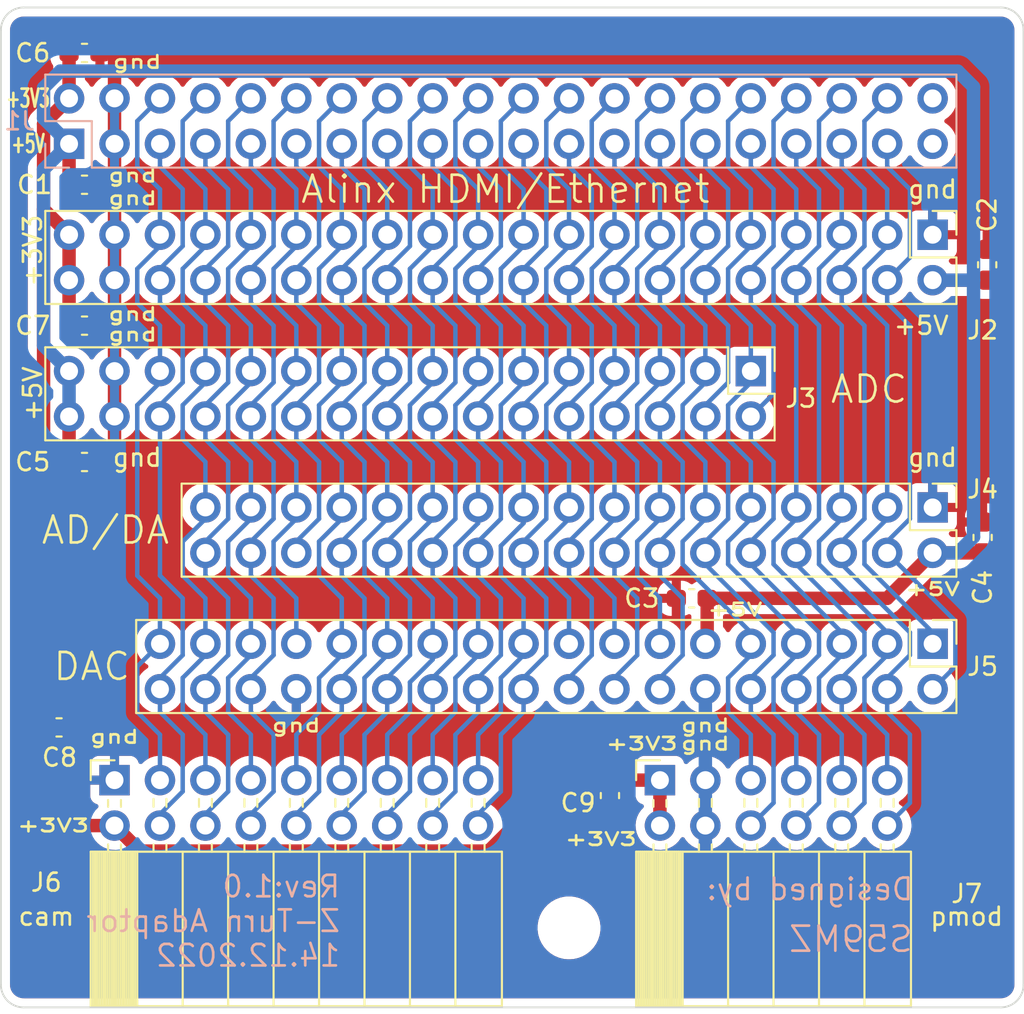
<source format=kicad_pcb>
(kicad_pcb (version 20211014) (generator pcbnew)
  (layers (0 "F.Cu" signal) (31 "B.Cu" signal) (34 "B.Paste" user) (35 "F.Paste" user) (36 "B.SilkS" user "B.Silkscreen") (37 "F.SilkS" user "F.Silkscreen") (38 "B.Mask" user) (39 "F.Mask" user) (44 "Edge.Cuts" user))
  (net 0 "")
  (net 1 "+5V")
  (net 2 "GND")
  (net 3 "+3.3V")
  (net 4 "/a20")
  (net 5 "/b19")
  (net 6 "/d18")
  (net 7 "/e17")
  (net 8 "/d20")
  (net 9 "/d19")
  (net 10 "/e19")
  (net 11 "/e18")
  (net 12 "/f17")
  (net 13 "/f16")
  (net 14 "/m20")
  (net 15 "/m19")
  (net 16 "/m18")
  (net 17 "/m17")
  (net 18 "/l20")
  (net 19 "/l19")
  (net 20 "/j19")
  (net 21 "/k19")
  (net 22 "/l17")
  (net 23 "/l16")
  (net 24 "/k18")
  (net 25 "/h16")
  (net 26 "/h18")
  (net 27 "/j18")
  (net 28 "/f20")
  (net 29 "/f19")
  (net 30 "/g18")
  (net 31 "/g17")
  (net 32 "/h20")
  (net 33 "/j20")
  (net 34 "/g20")
  (net 35 "/g19")
  (net 36 "/g15")
  (net 37 "/h15")
  (footprint "Capacitor_SMD:C_0603_1608Metric_Pad1.08x0.95mm_HandSolder" (layer "F.Cu") (at 165.354 67.7175 90)
    (fp_text reference "C4")
    (fp_text value "100n")
  )
  (footprint "Connector_PinHeader_2.54mm:PinHeader_2x18_P2.54mm_Vertical" (layer "F.Cu") (at 162.56 73.66 -90)
    (fp_text reference "J5")
    (fp_text value "DAC module 2-ch")
  )
  (footprint "Capacitor_SMD:C_0603_1608Metric_Pad1.08x0.95mm_HandSolder" (layer "F.Cu") (at 115.1625 48.006)
    (fp_text reference "C1")
    (fp_text value "10u")
  )
  (footprint "MountingHole:MountingHole_2.5mm" (layer "F.Cu") (at 142.24 89.535)
    (fp_text reference "H1" hide)
    (fp_text value "2.5")
  )
  (footprint "Connector_PinHeader_2.54mm:PinHeader_2x20_P2.54mm_Vertical" (layer "F.Cu") (at 162.56 50.8 -90)
    (fp_text reference "J2")
    (fp_text value "Alinx HDMI/ETH module")
  )
  (footprint "Capacitor_SMD:C_0603_1608Metric_Pad1.08x0.95mm_HandSolder" (layer "F.Cu") (at 149.098 71.12 180)
    (fp_text reference "C3")
    (fp_text value "100n")
  )
  (footprint "Capacitor_SMD:C_0603_1608Metric_Pad1.08x0.95mm_HandSolder" (layer "F.Cu") (at 144.526 82.1425 -90)
    (fp_text reference "C9")
    (fp_text value "100n")
  )
  (footprint "Capacitor_SMD:C_0603_1608Metric_Pad1.08x0.95mm_HandSolder" (layer "F.Cu") (at 165.608 52.4775 90)
    (fp_text reference "C2")
    (fp_text value "100n")
  )
  (footprint "Capacitor_SMD:C_0603_1608Metric_Pad1.08x0.95mm_HandSolder" (layer "F.Cu") (at 115.1625 63.5)
    (fp_text reference "C5")
    (fp_text value "100n")
  )
  (footprint "Connector_PinSocket_2.54mm:PinSocket_2x06_P2.54mm_Horizontal" (layer "F.Cu") (at 147.32 81.28 90)
    (fp_text reference "J7")
    (fp_text value "pmod")
  )
  (footprint "Connector_PinSocket_2.54mm:PinSocket_2x09_P2.54mm_Horizontal" (layer "F.Cu") (at 116.84 81.28 90)
    (fp_text reference "J6")
    (fp_text value "camera")
  )
  (footprint "Connector_PinHeader_2.54mm:PinHeader_2x17_P2.54mm_Vertical" (layer "F.Cu") (at 162.56 66.04 -90)
    (fp_text reference "J4")
    (fp_text value "AD DA module")
  )
  (footprint "Capacitor_SMD:C_0603_1608Metric_Pad1.08x0.95mm_HandSolder" (layer "F.Cu") (at 115.1625 40.64)
    (fp_text reference "C6")
    (fp_text value "10u")
  )
  (footprint "Capacitor_SMD:C_0603_1608Metric_Pad1.08x0.95mm_HandSolder" (layer "F.Cu") (at 113.7401 78.3336)
    (fp_text reference "C8")
    (fp_text value "100n")
  )
  (footprint "Connector_PinHeader_2.54mm:PinHeader_2x16_P2.54mm_Vertical" (layer "F.Cu") (at 152.4 58.42 -90)
    (fp_text reference "J3")
    (fp_text value "ADC module 2-ch")
  )
  (footprint "Capacitor_SMD:C_0603_1608Metric_Pad1.08x0.95mm_HandSolder" (layer "F.Cu") (at 115.1625 55.88)
    (fp_text reference "C7")
    (fp_text value "100n")
  )
  (footprint "Connector_PinSocket_2.54mm:PinSocket_2x20_P2.54mm_Vertical" (layer "B.Cu") (at 114.3 45.72 -90)
    (fp_text reference "J1")
    (fp_text value "Z-Turn Extension")
  )
  (gr_arc (start 111.76 93.98) (mid 110.861974 93.608026) (end 110.49 92.71) (layer "Edge.Cuts") (width 0.1))
  (gr_line (start 111.76 38.1) (end 166.37 38.1) (layer "Edge.Cuts") (width 0.1))
  (gr_arc (start 166.37 38.1) (mid 167.268026 38.471974) (end 167.64 39.37) (layer "Edge.Cuts") (width 0.1))
  (gr_line (start 167.64 39.37) (end 167.64 92.71) (layer "Edge.Cuts") (width 0.1))
  (gr_arc (start 167.64 92.71) (mid 167.268026 93.608026) (end 166.37 93.98) (layer "Edge.Cuts") (width 0.1))
  (gr_line (start 166.37 93.98) (end 111.76 93.98) (layer "Edge.Cuts") (width 0.1))
  (gr_line (start 110.49 92.71) (end 110.49 39.37) (layer "Edge.Cuts") (width 0.1))
  (gr_arc (start 110.49 39.37) (mid 110.861974 38.471974) (end 111.76 38.1) (layer "Edge.Cuts") (width 0.1))
  (gr_text "Designed by:" (at 155.702 87.376) (layer "B.SilkS") (effects (font (size 1.2 1.2)) (justify mirror)))
  (gr_text "Rev:1.0\nZ-Turn Adaptor\n14.12.2022" (at 129.54 89.154) (layer "B.SilkS") (effects (font (size 1.2 1.2)) (justify left mirror)))
  (gr_text "S59MZ" (at 157.988 90.17) (layer "B.SilkS") (effects (font (size 1.4 1.4)) (justify mirror)))
  (gr_text "AD/DA" (at 116.332 67.31) (layer "F.SilkS") (effects (font (size 1.5 1.5))))
  (gr_text "gnd" (at 117.856 48.768) (layer "F.SilkS") (effects (font (size 0.7 1))))
  (gr_text "gnd" (at 127 78.232) (layer "F.SilkS") (effects (font (size 0.7 1))))
  (gr_text "+5V" (at 151.511 71.755) (layer "F.SilkS") (effects (font (size 0.7 1))))
  (gr_text "DAC" (at 115.57 74.93) (layer "F.SilkS") (effects (font (size 1.5 1.5))))
  (gr_text "gnd" (at 117.856 56.388) (layer "F.SilkS") (effects (font (size 0.7 1))))
  (gr_text "+3V3\n" (at 112.268 51.689 90) (layer "F.SilkS") (effects (font (size 1 1))))
  (gr_text "+3V3" (at 146.304 79.248) (layer "F.SilkS") (effects (font (size 0.7 1))))
  (gr_text "ADC" (at 159.004 59.436) (layer "F.SilkS") (effects (font (size 1.5 1.5))))
  (gr_text "gnd" (at 117.856 47.498) (layer "F.SilkS") (effects (font (size 0.7 1))))
  (gr_text "+5V" (at 112.268 59.69 90) (layer "F.SilkS") (effects (font (size 1 1))))
  (gr_text "+3V3" (at 112.014 43.18) (layer "F.SilkS") (effects (font (size 1 0.6))))
  (gr_text "gnd" (at 117.856 55.245) (layer "F.SilkS") (effects (font (size 0.7 1))))
  (gr_text "gnd" (at 118.11 63.246) (layer "F.SilkS") (effects (font (size 1 1))))
  (gr_text "gnd" (at 162.56 63.246) (layer "F.SilkS") (effects (font (size 1 1))))
  (gr_text "+5V" (at 161.925 55.88) (layer "F.SilkS") (effects (font (size 1 1))))
  (gr_text "pmod" (at 164.465 88.9) (layer "F.SilkS") (effects (font (size 1 1))))
  (gr_text "gnd" (at 116.84 78.867) (layer "F.SilkS") (effects (font (size 0.7 1))))
  (gr_text "+3V3" (at 113.411 83.82) (layer "F.SilkS") (effects (font (size 0.7 1))))
  (gr_text "gnd" (at 149.86 78.232) (layer "F.SilkS") (effects (font (size 0.7 1))))
  (gr_text "gnd\n" (at 162.56 48.26) (layer "F.SilkS") (effects (font (size 1 1))))
  (gr_text "gnd" (at 118.11 41.148) (layer "F.SilkS") (effects (font (size 0.7 1))))
  (gr_text "+5V" (at 162.56 70.612) (layer "F.SilkS") (effects (font (size 0.7 1))))
  (gr_text "cam" (at 113.03 88.9) (layer "F.SilkS") (effects (font (size 1 1))))
  (gr_text "Alinx HDMI/Ethernet" (at 138.684 48.26) (layer "F.SilkS") (effects (font (size 1.5 1.5))))
  (gr_text "+3V3" (at 144.018 84.582) (layer "F.SilkS") (effects (font (size 0.7 1))))
  (gr_text "+5V" (at 112.014 45.72) (layer "F.SilkS") (effects (font (size 1 0.6))))
  (gr_text "gnd" (at 149.86 79.248) (layer "F.SilkS") (effects (font (size 0.7 1))))
  (segment (start 114.3 60.96) (end 114.3 63.5) (width 0.75) (layer "F.Cu") (net 1))
  (segment (start 165.608 53.34) (end 162.56 53.34) (width 0.75) (layer "F.Cu") (net 1))
  (segment (start 149.9605 71.12) (end 160.02 71.12) (width 0.75) (layer "F.Cu") (net 1))
  (segment (start 114.3 48.006) (end 114.3 45.72) (width 0.75) (layer "F.Cu") (net 1))
  (segment (start 160.02 71.12) (end 162.56 68.58) (width 0.75) (layer "F.Cu") (net 1))
  (segment (start 149.9605 71.12) (end 149.9605 73.5595) (width 0.75) (layer "F.Cu") (net 1))
  (segment (start 165.354 68.58) (end 162.56 68.58) (width 0.75) (layer "F.Cu") (net 1))
  (segment (start 164.846 67.691) (end 164.846 53.34) (width 0.75) (layer "B.Cu") (net 1))
  (segment (start 114.3 45.72) (end 112.875 47.145) (width 0.75) (layer "B.Cu") (net 1))
  (segment (start 114.3 45.72) (end 112.875 44.295) (width 0.75) (layer "B.Cu") (net 1))
  (segment (start 113.808745 41.656) (end 163.963 41.656) (width 0.75) (layer "B.Cu") (net 1))
  (segment (start 162.56 68.58) (end 163.957 68.58) (width 0.75) (layer "B.Cu") (net 1))
  (segment (start 163.957 68.58) (end 164.846 67.691) (width 0.75) (layer "B.Cu") (net 1))
  (segment (start 112.875 47.145) (end 112.875 56.995) (width 0.75) (layer "B.Cu") (net 1))
  (segment (start 112.875 56.995) (end 114.3 58.42) (width 0.75) (layer "B.Cu") (net 1))
  (segment (start 112.875 42.589745) (end 113.808745 41.656) (width 0.75) (layer "B.Cu") (net 1))
  (segment (start 163.963 41.656) (end 164.846 42.539) (width 0.75) (layer "B.Cu") (net 1))
  (segment (start 164.846 42.539) (end 164.846 53.34) (width 0.75) (layer "B.Cu") (net 1))
  (segment (start 112.875 44.295) (end 112.875 42.589745) (width 0.75) (layer "B.Cu") (net 1))
  (segment (start 164.846 53.34) (end 162.56 53.34) (width 0.75) (layer "B.Cu") (net 1))
  (segment (start 114.3 58.42) (end 114.3 60.96) (width 0.75) (layer "B.Cu") (net 1))
  (segment (start 116.84 58.42) (end 116.84 53.34) (width 0.75) (layer "F.Cu") (net 2))
  (segment (start 116.84 43.18) (end 116.84 40.64) (width 0.75) (layer "F.Cu") (net 2))
  (segment (start 116.84 50.8) (end 116.84 45.72) (width 0.75) (layer "F.Cu") (net 2))
  (segment (start 116.025 40.64) (end 116.84 40.64) (width 0.75) (layer "F.Cu") (net 2))
  (segment (start 116.025 63.5) (end 116.84 63.5) (width 0.75) (layer "F.Cu") (net 2))
  (segment (start 116.84 58.42) (end 116.84 63.5) (width 0.75) (layer "F.Cu") (net 2))
  (segment (start 116.84 45.72) (end 116.84 43.18) (width 0.75) (layer "F.Cu") (net 2))
  (segment (start 116.84 53.34) (end 116.84 50.8) (width 0.75) (layer "F.Cu") (net 2))
  (segment (start 149.86 81.28) (end 149.86 83.82) (width 0.75) (layer "B.Cu") (net 2))
  (segment (start 149.86 83.82) (end 149.86 86.36) (width 0.75) (layer "B.Cu") (net 2))
  (segment (start 149.86 76.2) (end 149.86 81.28) (width 0.75) (layer "B.Cu") (net 2))
  (segment (start 114.3 50.8) (end 114.3 53.34) (width 0.75) (layer "F.Cu") (net 3))
  (segment (start 113.792 83.82) (end 112.875 82.903) (width 0.75) (layer "F.Cu") (net 3))
  (segment (start 112.875 82.903) (end 112.875 49.375) (width 0.75) (layer "F.Cu") (net 3))
  (segment (start 112.875 44.605) (end 112.875 49.375) (width 0.75) (layer "F.Cu") (net 3))
  (segment (start 144.526 81.28) (end 147.32 81.28) (width 0.75) (layer "F.Cu") (net 3))
  (segment (start 114.3 55.88) (end 114.3 53.34) (width 0.75) (layer "F.Cu") (net 3))
  (segment (start 112.875 49.375) (end 114.3 50.8) (width 0.75) (layer "F.Cu") (net 3))
  (segment (start 118.265 85.245) (end 137.750255 85.245) (width 0.75) (layer "F.Cu") (net 3))
  (segment (start 114.3 43.18) (end 112.875 44.605) (width 0.75) (layer "F.Cu") (net 3))
  (segment (start 147.32 81.28) (end 147.32 83.82) (width 0.75) (layer "F.Cu") (net 3))
  (segment (start 137.750255 85.245) (end 141.478 81.517255) (width 0.75) (layer "F.Cu") (net 3))
  (segment (start 114.3 40.64) (end 114.3 43.18) (width 0.75) (layer "F.Cu") (net 3))
  (segment (start 116.84 83.82) (end 118.265 85.245) (width 0.75) (layer "F.Cu") (net 3))
  (segment (start 141.478 81.407) (end 141.605 81.28) (width 0.75) (layer "F.Cu") (net 3))
  (segment (start 116.84 83.82) (end 113.792 83.82) (width 0.75) (layer "F.Cu") (net 3))
  (segment (start 141.478 81.517255) (end 141.478 81.407) (width 0.75) (layer "F.Cu") (net 3))
  (segment (start 141.605 81.28) (end 144.526 81.28) (width 0.75) (layer "F.Cu") (net 3))
  (segment (start 119.38 76.2) (end 119.38 77.47) (width 0.25) (layer "B.Cu") (net 4))
  (segment (start 120.65 81.915) (end 119.38 83.185) (width 0.25) (layer "B.Cu") (net 4))
  (segment (start 119.38 46.99) (end 119.38 45.72) (width 0.25) (layer "B.Cu") (net 4))
  (segment (start 119.38 60.325) (end 120.65 59.055) (width 0.25) (layer "B.Cu") (net 4))
  (segment (start 120.65 78.74) (end 120.65 81.915) (width 0.25) (layer "B.Cu") (net 4))
  (segment (start 120.65 55.88) (end 120.65 59.055) (width 0.25) (layer "B.Cu") (net 4))
  (segment (start 120.65 48.26) (end 119.38 46.99) (width 0.25) (layer "B.Cu") (net 4))
  (segment (start 119.38 76.2) (end 119.38 75.565) (width 0.25) (layer "B.Cu") (net 4))
  (segment (start 119.38 54.61) (end 120.65 55.88) (width 0.25) (layer "B.Cu") (net 4))
  (segment (start 119.38 69.85) (end 119.38 60.96) (width 0.25) (layer "B.Cu") (net 4))
  (segment (start 120.65 74.295) (end 120.65 71.12) (width 0.25) (layer "B.Cu") (net 4))
  (segment (start 119.38 52.705) (end 120.65 51.435) (width 0.25) (layer "B.Cu") (net 4))
  (segment (start 119.38 83.185) (end 119.38 83.82) (width 0.25) (layer "B.Cu") (net 4))
  (segment (start 119.38 60.96) (end 119.38 60.325) (width 0.25) (layer "B.Cu") (net 4))
  (segment (start 120.65 51.435) (end 120.65 48.26) (width 0.25) (layer "B.Cu") (net 4))
  (segment (start 119.38 75.565) (end 120.65 74.295) (width 0.25) (layer "B.Cu") (net 4))
  (segment (start 119.38 77.47) (end 120.65 78.74) (width 0.25) (layer "B.Cu") (net 4))
  (segment (start 119.38 53.34) (end 119.38 52.705) (width 0.25) (layer "B.Cu") (net 4))
  (segment (start 119.38 53.34) (end 119.38 54.61) (width 0.25) (layer "B.Cu") (net 4))
  (segment (start 120.65 71.12) (end 119.38 69.85) (width 0.25) (layer "B.Cu") (net 4))
  (segment (start 119.38 55.88) (end 119.38 58.42) (width 0.25) (layer "B.Cu") (net 5))
  (segment (start 119.38 51.435) (end 118.11 52.705) (width 0.25) (layer "B.Cu") (net 5))
  (segment (start 119.38 73.66) (end 119.38 71.12) (width 0.25) (layer "B.Cu") (net 5))
  (segment (start 119.38 71.12) (end 118.11 69.85) (width 0.25) (layer "B.Cu") (net 5))
  (segment (start 119.38 59.055) (end 119.38 58.42) (width 0.25) (layer "B.Cu") (net 5))
  (segment (start 119.38 78.74) (end 118.11 77.47) (width 0.25) (layer "B.Cu") (net 5))
  (segment (start 118.11 46.99) (end 119.38 48.26) (width 0.25) (layer "B.Cu") (net 5))
  (segment (start 119.38 50.8) (end 119.38 51.435) (width 0.25) (layer "B.Cu") (net 5))
  (segment (start 119.38 43.18) (end 118.11 44.45) (width 0.25) (layer "B.Cu") (net 5))
  (segment (start 118.11 44.45) (end 118.11 46.99) (width 0.25) (layer "B.Cu") (net 5))
  (segment (start 118.11 54.61) (end 119.38 55.88) (width 0.25) (layer "B.Cu") (net 5))
  (segment (start 118.11 52.705) (end 118.11 54.61) (width 0.25) (layer "B.Cu") (net 5))
  (segment (start 119.38 81.28) (end 119.38 78.74) (width 0.25) (layer "B.Cu") (net 5))
  (segment (start 119.38 48.26) (end 119.38 50.8) (width 0.25) (layer "B.Cu") (net 5))
  (segment (start 118.11 69.85) (end 118.11 60.325) (width 0.25) (layer "B.Cu") (net 5))
  (segment (start 118.11 74.93) (end 119.38 73.66) (width 0.25) (layer "B.Cu") (net 5))
  (segment (start 118.11 77.47) (end 118.11 74.93) (width 0.25) (layer "B.Cu") (net 5))
  (segment (start 118.11 60.325) (end 119.38 59.055) (width 0.25) (layer "B.Cu") (net 5))
  (segment (start 121.92 53.34) (end 121.92 52.705) (width 0.25) (layer "B.Cu") (net 6))
  (segment (start 121.92 76.2) (end 121.92 77.47) (width 0.25) (layer "B.Cu") (net 6))
  (segment (start 123.19 51.435) (end 123.19 48.26) (width 0.25) (layer "B.Cu") (net 6))
  (segment (start 121.92 52.705) (end 123.19 51.435) (width 0.25) (layer "B.Cu") (net 6))
  (segment (start 121.92 46.99) (end 121.92 45.72) (width 0.25) (layer "B.Cu") (net 6))
  (segment (start 123.19 55.88) (end 123.19 59.055) (width 0.25) (layer "B.Cu") (net 6))
  (segment (start 121.92 60.96) (end 121.92 62.23) (width 0.25) (layer "B.Cu") (net 6))
  (segment (start 121.92 54.61) (end 123.19 55.88) (width 0.25) (layer "B.Cu") (net 6))
  (segment (start 121.92 67.945) (end 121.92 68.58) (width 0.25) (layer "B.Cu") (net 6))
  (segment (start 123.19 74.295) (end 123.19 71.12) (width 0.25) (layer "B.Cu") (net 6))
  (segment (start 123.19 63.5) (end 123.19 66.675) (width 0.25) (layer "B.Cu") (net 6))
  (segment (start 121.92 76.2) (end 121.92 75.565) (width 0.25) (layer "B.Cu") (net 6))
  (segment (start 123.19 48.26) (end 121.92 46.99) (width 0.25) (layer "B.Cu") (net 6))
  (segment (start 121.92 75.565) (end 123.19 74.295) (width 0.25) (layer "B.Cu") (net 6))
  (segment (start 123.19 81.915) (end 121.92 83.185) (width 0.25) (layer "B.Cu") (net 6))
  (segment (start 121.92 60.325) (end 121.92 60.96) (width 0.25) (layer "B.Cu") (net 6))
  (segment (start 121.92 83.185) (end 121.92 83.82) (width 0.25) (layer "B.Cu") (net 6))
  (segment (start 123.19 78.74) (end 123.19 81.915) (width 0.25) (layer "B.Cu") (net 6))
  (segment (start 121.92 53.34) (end 121.92 54.61) (width 0.25) (layer "B.Cu") (net 6))
  (segment (start 121.92 62.23) (end 123.19 63.5) (width 0.25) (layer "B.Cu") (net 6))
  (segment (start 121.92 77.47) (end 123.19 78.74) (width 0.25) (layer "B.Cu") (net 6))
  (segment (start 121.92 69.85) (end 121.92 68.58) (width 0.25) (layer "B.Cu") (net 6))
  (segment (start 123.19 66.675) (end 121.92 67.945) (width 0.25) (layer "B.Cu") (net 6))
  (segment (start 123.19 59.055) (end 121.92 60.325) (width 0.25) (layer "B.Cu") (net 6))
  (segment (start 123.19 71.12) (end 121.92 69.85) (width 0.25) (layer "B.Cu") (net 6))
  (segment (start 120.65 54.61) (end 121.92 55.88) (width 0.25) (layer "B.Cu") (net 7))
  (segment (start 120.65 60.325) (end 120.65 62.23) (width 0.25) (layer "B.Cu") (net 7))
  (segment (start 120.65 69.85) (end 121.92 71.12) (width 0.25) (layer "B.Cu") (net 7))
  (segment (start 121.92 73.66) (end 121.92 74.295) (width 0.25) (layer "B.Cu") (net 7))
  (segment (start 121.92 50.8) (end 121.92 51.436396) (width 0.25) (layer "B.Cu") (net 7))
  (segment (start 121.92 58.42) (end 121.92 59.055) (width 0.25) (layer "B.Cu") (net 7))
  (segment (start 121.92 63.5) (end 121.92 66.04) (width 0.25) (layer "B.Cu") (net 7))
  (segment (start 121.92 71.12) (end 121.92 73.66) (width 0.25) (layer "B.Cu") (net 7))
  (segment (start 121.92 66.04) (end 121.92 66.675) (width 0.25) (layer "B.Cu") (net 7))
  (segment (start 120.65 46.99) (end 120.65 44.45) (width 0.25) (layer "B.Cu") (net 7))
  (segment (start 120.65 67.945) (end 120.65 69.85) (width 0.25) (layer "B.Cu") (net 7))
  (segment (start 120.65 44.45) (end 121.92 43.18) (width 0.25) (layer "B.Cu") (net 7))
  (segment (start 121.92 74.295) (end 120.65 75.565) (width 0.25) (layer "B.Cu") (net 7))
  (segment (start 121.92 59.055) (end 120.65 60.325) (width 0.25) (layer "B.Cu") (net 7))
  (segment (start 121.92 66.675) (end 120.65 67.945) (width 0.25) (layer "B.Cu") (net 7))
  (segment (start 121.92 48.26) (end 120.65 46.99) (width 0.25) (layer "B.Cu") (net 7))
  (segment (start 120.65 77.47) (end 121.92 78.74) (width 0.25) (layer "B.Cu") (net 7))
  (segment (start 120.65 52.706396) (end 120.65 54.61) (width 0.25) (layer "B.Cu") (net 7))
  (segment (start 121.92 55.88) (end 121.92 58.42) (width 0.25) (layer "B.Cu") (net 7))
  (segment (start 120.65 62.23) (end 121.92 63.5) (width 0.25) (layer "B.Cu") (net 7))
  (segment (start 121.92 51.436396) (end 120.65 52.706396) (width 0.25) (layer "B.Cu") (net 7))
  (segment (start 121.92 50.8) (end 121.92 48.26) (width 0.25) (layer "B.Cu") (net 7))
  (segment (start 121.92 78.74) (end 121.92 81.28) (width 0.25) (layer "B.Cu") (net 7))
  (segment (start 120.65 75.565) (end 120.65 77.47) (width 0.25) (layer "B.Cu") (net 7))
  (segment (start 124.46 46.99) (end 124.46 45.72) (width 0.25) (layer "B.Cu") (net 8))
  (segment (start 124.46 54.61) (end 125.73 55.88) (width 0.25) (layer "B.Cu") (net 8))
  (segment (start 125.73 48.26) (end 124.46 46.99) (width 0.25) (layer "B.Cu") (net 8))
  (segment (start 125.73 74.295) (end 124.46 75.565) (width 0.25) (layer "B.Cu") (net 8))
  (segment (start 124.46 77.47) (end 125.73 78.74) (width 0.25) (layer "B.Cu") (net 8))
  (segment (start 124.46 53.34) (end 124.46 52.705) (width 0.25) (layer "B.Cu") (net 8))
  (segment (start 124.46 68.58) (end 124.46 69.85) (width 0.25) (layer "B.Cu") (net 8))
  (segment (start 125.73 71.12) (end 125.73 74.295) (width 0.25) (layer "B.Cu") (net 8))
  (segment (start 124.46 52.705) (end 125.73 51.435) (width 0.25) (layer "B.Cu") (net 8))
  (segment (start 125.73 51.435) (end 125.73 48.26) (width 0.25) (layer "B.Cu") (net 8))
  (segment (start 124.46 53.34) (end 124.46 54.61) (width 0.25) (layer "B.Cu") (net 8))
  (segment (start 125.73 78.74) (end 125.73 81.915) (width 0.25) (layer "B.Cu") (net 8))
  (segment (start 124.46 60.96) (end 124.46 62.23) (width 0.25) (layer "B.Cu") (net 8))
  (segment (start 125.73 59.055) (end 124.46 60.325) (width 0.25) (layer "B.Cu") (net 8))
  (segment (start 125.73 66.675) (end 124.46 67.945) (width 0.25) (layer "B.Cu") (net 8))
  (segment (start 124.46 67.945) (end 124.46 68.58) (width 0.25) (layer "B.Cu") (net 8))
  (segment (start 124.46 69.85) (end 125.73 71.12) (width 0.25) (layer "B.Cu") (net 8))
  (segment (start 124.46 62.23) (end 125.73 63.5) (width 0.25) (layer "B.Cu") (net 8))
  (segment (start 124.46 60.325) (end 124.46 60.96) (width 0.25) (layer "B.Cu") (net 8))
  (segment (start 124.46 75.565) (end 124.46 76.2) (width 0.25) (layer "B.Cu") (net 8))
  (segment (start 125.73 55.88) (end 125.73 59.055) (width 0.25) (layer "B.Cu") (net 8))
  (segment (start 125.73 81.915) (end 124.46 83.185) (width 0.25) (layer "B.Cu") (net 8))
  (segment (start 124.46 76.2) (end 124.46 77.47) (width 0.25) (layer "B.Cu") (net 8))
  (segment (start 125.73 63.5) (end 125.73 66.675) (width 0.25) (layer "B.Cu") (net 8))
  (segment (start 124.46 83.185) (end 124.46 83.82) (width 0.25) (layer "B.Cu") (net 8))
  (segment (start 124.46 58.42) (end 124.46 59.055) (width 0.25) (layer "B.Cu") (net 9))
  (segment (start 124.46 59.055) (end 123.19 60.325) (width 0.25) (layer "B.Cu") (net 9))
  (segment (start 124.46 73.66) (end 124.46 74.295) (width 0.25) (layer "B.Cu") (net 9))
  (segment (start 124.46 66.675) (end 123.19 67.945) (width 0.25) (layer "B.Cu") (net 9))
  (segment (start 124.46 63.5) (end 124.46 66.04) (width 0.25) (layer "B.Cu") (net 9))
  (segment (start 123.19 62.23) (end 124.46 63.5) (width 0.25) (layer "B.Cu") (net 9))
  (segment (start 123.19 69.85) (end 124.46 71.12) (width 0.25) (layer "B.Cu") (net 9))
  (segment (start 123.19 67.945) (end 123.19 69.85) (width 0.25) (layer "B.Cu") (net 9))
  (segment (start 124.46 51.436396) (end 123.19 52.706396) (width 0.25) (layer "B.Cu") (net 9))
  (segment (start 124.46 71.12) (end 124.46 73.66) (width 0.25) (layer "B.Cu") (net 9))
  (segment (start 123.19 46.99) (end 124.46 48.26) (width 0.25) (layer "B.Cu") (net 9))
  (segment (start 123.19 52.706396) (end 123.19 54.61) (width 0.25) (layer "B.Cu") (net 9))
  (segment (start 124.46 50.8) (end 124.46 51.436396) (width 0.25) (layer "B.Cu") (net 9))
  (segment (start 124.46 55.88) (end 124.46 58.42) (width 0.25) (layer "B.Cu") (net 9))
  (segment (start 124.46 78.74) (end 124.46 81.28) (width 0.25) (layer "B.Cu") (net 9))
  (segment (start 124.46 66.04) (end 124.46 66.675) (width 0.25) (layer "B.Cu") (net 9))
  (segment (start 124.46 43.18) (end 123.19 44.45) (width 0.25) (layer "B.Cu") (net 9))
  (segment (start 123.19 77.47) (end 124.46 78.74) (width 0.25) (layer "B.Cu") (net 9))
  (segment (start 123.19 60.325) (end 123.19 62.23) (width 0.25) (layer "B.Cu") (net 9))
  (segment (start 123.19 44.45) (end 123.19 46.99) (width 0.25) (layer "B.Cu") (net 9))
  (segment (start 123.19 75.565) (end 123.19 77.47) (width 0.25) (layer "B.Cu") (net 9))
  (segment (start 124.46 74.295) (end 123.19 75.565) (width 0.25) (layer "B.Cu") (net 9))
  (segment (start 123.19 54.61) (end 124.46 55.88) (width 0.25) (layer "B.Cu") (net 9))
  (segment (start 124.46 48.26) (end 124.46 50.8) (width 0.25) (layer "B.Cu") (net 9))
  (segment (start 128.27 48.26) (end 128.27 51.435) (width 0.25) (layer "B.Cu") (net 10))
  (segment (start 127 46.99) (end 128.27 48.26) (width 0.25) (layer "B.Cu") (net 10))
  (segment (start 128.27 59.055) (end 127 60.325) (width 0.25) (layer "B.Cu") (net 10))
  (segment (start 127 52.705) (end 128.27 51.435) (width 0.25) (layer "B.Cu") (net 10))
  (segment (start 128.27 55.88) (end 128.27 59.055) (width 0.25) (layer "B.Cu") (net 10))
  (segment (start 127 54.61) (end 128.27 55.88) (width 0.25) (layer "B.Cu") (net 10))
  (segment (start 127 53.34) (end 127 52.705) (width 0.25) (layer "B.Cu") (net 10))
  (segment (start 127 60.325) (end 127 60.96) (width 0.25) (layer "B.Cu") (net 10))
  (segment (start 127 62.23) (end 128.27 63.5) (width 0.25) (layer "B.Cu") (net 10))
  (segment (start 127 60.96) (end 127 62.23) (width 0.25) (layer "B.Cu") (net 10))
  (segment (start 127 45.72) (end 127 46.99) (width 0.25) (layer "B.Cu") (net 10))
  (segment (start 128.27 66.675) (end 127 67.945) (width 0.25) (layer "B.Cu") (net 10))
  (segment (start 127 67.945) (end 127 68.58) (width 0.25) (layer "B.Cu") (net 10))
  (segment (start 127 53.34) (end 127 54.61) (width 0.25) (layer "B.Cu") (net 10))
  (segment (start 128.27 63.5) (end 128.27 66.675) (width 0.25) (layer "B.Cu") (net 10))
  (segment (start 127 71.12) (end 127 73.66) (width 0.25) (layer "B.Cu") (net 11))
  (segment (start 127 48.26) (end 127 50.8) (width 0.25) (layer "B.Cu") (net 11))
  (segment (start 127 59.055) (end 125.73 60.325) (width 0.25) (layer "B.Cu") (net 11))
  (segment (start 127 66.04) (end 127 66.675) (width 0.25) (layer "B.Cu") (net 11))
  (segment (start 125.73 69.85) (end 127 71.12) (width 0.25) (layer "B.Cu") (net 11))
  (segment (start 125.73 46.99) (end 127 48.26) (width 0.25) (layer "B.Cu") (net 11))
  (segment (start 127 43.18) (end 125.73 44.45) (width 0.25) (layer "B.Cu") (net 11))
  (segment (start 127 50.8) (end 127 51.435) (width 0.25) (layer "B.Cu") (net 11))
  (segment (start 127 66.675) (end 125.73 67.945) (width 0.25) (layer "B.Cu") (net 11))
  (segment (start 127 55.88) (end 127 58.42) (width 0.25) (layer "B.Cu") (net 11))
  (segment (start 127 58.42) (end 127 59.055) (width 0.25) (layer "B.Cu") (net 11))
  (segment (start 127 51.435) (end 125.73 52.705) (width 0.25) (layer "B.Cu") (net 11))
  (segment (start 125.73 67.945) (end 125.73 69.85) (width 0.25) (layer "B.Cu") (net 11))
  (segment (start 125.73 54.61) (end 127 55.88) (width 0.25) (layer "B.Cu") (net 11))
  (segment (start 125.73 60.325) (end 125.73 62.23) (width 0.25) (layer "B.Cu") (net 11))
  (segment (start 125.73 52.705) (end 125.73 54.61) (width 0.25) (layer "B.Cu") (net 11))
  (segment (start 127 63.5) (end 127 66.04) (width 0.25) (layer "B.Cu") (net 11))
  (segment (start 125.73 44.45) (end 125.73 46.99) (width 0.25) (layer "B.Cu") (net 11))
  (segment (start 125.73 62.23) (end 127 63.5) (width 0.25) (layer "B.Cu") (net 11))
  (segment (start 130.81 63.5) (end 130.81 66.675) (width 0.25) (layer "B.Cu") (net 12))
  (segment (start 129.54 67.945) (end 129.54 68.58) (width 0.25) (layer "B.Cu") (net 12))
  (segment (start 130.81 48.26) (end 130.81 51.435) (width 0.25) (layer "B.Cu") (net 12))
  (segment (start 129.54 77.470698) (end 128.27 78.740698) (width 0.25) (layer "B.Cu") (net 12))
  (segment (start 129.54 69.85) (end 129.54 68.58) (width 0.25) (layer "B.Cu") (net 12))
  (segment (start 130.81 74.295) (end 130.81 71.12) (width 0.25) (layer "B.Cu") (net 12))
  (segment (start 128.27 81.915) (end 127 83.185) (width 0.25) (layer "B.Cu") (net 12))
  (segment (start 127 83.185) (end 127 83.82) (width 0.25) (layer "B.Cu") (net 12))
  (segment (start 129.54 46.99) (end 130.81 48.26) (width 0.25) (layer "B.Cu") (net 12))
  (segment (start 130.81 59.055) (end 129.54 60.325) (width 0.25) (layer "B.Cu") (net 12))
  (segment (start 129.54 54.61) (end 130.81 55.88) (width 0.25) (layer "B.Cu") (net 12))
  (segment (start 129.54 76.2) (end 129.54 77.470698) (width 0.25) (layer "B.Cu") (net 12))
  (segment (start 129.54 45.72) (end 129.54 46.99) (width 0.25) (layer "B.Cu") (net 12))
  (segment (start 130.81 71.12) (end 129.54 69.85) (width 0.25) (layer "B.Cu") (net 12))
  (segment (start 129.54 60.96) (end 129.54 62.23) (width 0.25) (layer "B.Cu") (net 12))
  (segment (start 129.54 53.34) (end 129.54 54.61) (width 0.25) (layer "B.Cu") (net 12))
  (segment (start 128.27 78.740698) (end 128.27 81.915) (width 0.25) (layer "B.Cu") (net 12))
  (segment (start 129.54 60.325) (end 129.54 60.96) (width 0.25) (layer "B.Cu") (net 12))
  (segment (start 129.54 52.705) (end 130.81 51.435) (width 0.25) (layer "B.Cu") (net 12))
  (segment (start 130.81 55.88) (end 130.81 59.055) (width 0.25) (layer "B.Cu") (net 12))
  (segment (start 129.54 76.2) (end 129.54 75.565) (width 0.25) (layer "B.Cu") (net 12))
  (segment (start 129.54 75.565) (end 130.81 74.295) (width 0.25) (layer "B.Cu") (net 12))
  (segment (start 129.54 53.34) (end 129.54 52.705) (width 0.25) (layer "B.Cu") (net 12))
  (segment (start 130.81 66.675) (end 129.54 67.945) (width 0.25) (layer "B.Cu") (net 12))
  (segment (start 129.54 62.23) (end 130.81 63.5) (width 0.25) (layer "B.Cu") (net 12))
  (segment (start 129.54 66.675) (end 128.27 67.945) (width 0.25) (layer "B.Cu") (net 13))
  (segment (start 128.27 44.45) (end 129.54 43.18) (width 0.25) (layer "B.Cu") (net 13))
  (segment (start 129.54 48.26) (end 128.27 46.99) (width 0.25) (layer "B.Cu") (net 13))
  (segment (start 127 81.28) (end 127 78.74) (width 0.25) (layer "B.Cu") (net 13))
  (segment (start 129.54 50.8) (end 129.54 48.26) (width 0.25) (layer "B.Cu") (net 13))
  (segment (start 129.54 50.8) (end 129.54 51.435) (width 0.25) (layer "B.Cu") (net 13))
  (segment (start 129.54 59.055) (end 128.27 60.325) (width 0.25) (layer "B.Cu") (net 13))
  (segment (start 128.27 75.565) (end 129.54 74.295) (width 0.25) (layer "B.Cu") (net 13))
  (segment (start 129.54 55.88) (end 129.54 58.42) (width 0.25) (layer "B.Cu") (net 13))
  (segment (start 128.27 52.705) (end 128.27 54.61) (width 0.25) (layer "B.Cu") (net 13))
  (segment (start 129.54 58.42) (end 129.54 59.055) (width 0.25) (layer "B.Cu") (net 13))
  (segment (start 128.27 46.99) (end 128.27 44.45) (width 0.25) (layer "B.Cu") (net 13))
  (segment (start 128.27 60.325) (end 128.27 62.23) (width 0.25) (layer "B.Cu") (net 13))
  (segment (start 128.27 77.47) (end 128.27 75.565) (width 0.25) (layer "B.Cu") (net 13))
  (segment (start 129.54 66.04) (end 129.54 66.675) (width 0.25) (layer "B.Cu") (net 13))
  (segment (start 129.54 71.12) (end 129.54 73.66) (width 0.25) (layer "B.Cu") (net 13))
  (segment (start 129.54 51.435) (end 128.27 52.705) (width 0.25) (layer "B.Cu") (net 13))
  (segment (start 127 78.74) (end 128.27 77.47) (width 0.25) (layer "B.Cu") (net 13))
  (segment (start 128.27 54.61) (end 129.54 55.88) (width 0.25) (layer "B.Cu") (net 13))
  (segment (start 128.27 62.23) (end 129.54 63.5) (width 0.25) (layer "B.Cu") (net 13))
  (segment (start 129.54 63.5) (end 129.54 66.04) (width 0.25) (layer "B.Cu") (net 13))
  (segment (start 128.27 69.85) (end 129.54 71.12) (width 0.25) (layer "B.Cu") (net 13))
  (segment (start 128.27 67.945) (end 128.27 69.85) (width 0.25) (layer "B.Cu") (net 13))
  (segment (start 129.54 74.295) (end 129.54 73.66) (width 0.25) (layer "B.Cu") (net 13))
  (segment (start 132.08 53.34) (end 132.08 54.61) (width 0.25) (layer "B.Cu") (net 14))
  (segment (start 132.08 52.705) (end 133.35 51.435) (width 0.25) (layer "B.Cu") (net 14))
  (segment (start 132.08 62.23) (end 133.35 63.5) (width 0.25) (layer "B.Cu") (net 14))
  (segment (start 130.81 81.915) (end 130.81 78.74) (width 0.25) (layer "B.Cu") (net 14))
  (segment (start 132.08 53.34) (end 132.08 52.705) (width 0.25) (layer "B.Cu") (net 14))
  (segment (start 129.54 83.185) (end 130.81 81.915) (width 0.25) (layer "B.Cu") (net 14))
  (segment (start 133.35 63.5) (end 133.35 66.675) (width 0.25) (layer "B.Cu") (net 14))
  (segment (start 132.08 69.85) (end 132.08 68.58) (width 0.25) (layer "B.Cu") (net 14))
  (segment (start 132.08 46.99) (end 132.08 45.72) (width 0.25) (layer "B.Cu") (net 14))
  (segment (start 133.35 51.435) (end 133.35 48.26) (width 0.25) (layer "B.Cu") (net 14))
  (segment (start 132.08 60.96) (end 132.08 62.23) (width 0.25) (layer "B.Cu") (net 14))
  (segment (start 133.35 66.675) (end 132.08 67.945) (width 0.25) (layer "B.Cu") (net 14))
  (segment (start 132.08 54.61) (end 133.35 55.88) (width 0.25) (layer "B.Cu") (net 14))
  (segment (start 129.54 83.82) (end 129.54 83.185) (width 0.25) (layer "B.Cu") (net 14))
  (segment (start 132.08 60.325) (end 132.08 60.96) (width 0.25) (layer "B.Cu") (net 14))
  (segment (start 132.08 76.2) (end 132.08 75.565) (width 0.25) (layer "B.Cu") (net 14))
  (segment (start 132.08 77.47) (end 132.08 76.2) (width 0.25) (layer "B.Cu") (net 14))
  (segment (start 133.35 59.055) (end 132.08 60.325) (width 0.25) (layer "B.Cu") (net 14))
  (segment (start 133.35 48.26) (end 132.08 46.99) (width 0.25) (layer "B.Cu") (net 14))
  (segment (start 132.08 67.945) (end 132.08 68.58) (width 0.25) (layer "B.Cu") (net 14))
  (segment (start 130.81 78.74) (end 132.08 77.47) (width 0.25) (layer "B.Cu") (net 14))
  (segment (start 133.35 55.88) (end 133.35 59.055) (width 0.25) (layer "B.Cu") (net 14))
  (segment (start 132.08 75.565) (end 133.35 74.295) (width 0.25) (layer "B.Cu") (net 14))
  (segment (start 133.35 71.12) (end 132.08 69.85) (width 0.25) (layer "B.Cu") (net 14))
  (segment (start 133.35 74.295) (end 133.35 71.12) (width 0.25) (layer "B.Cu") (net 14))
  (segment (start 130.81 69.85) (end 132.08 71.12) (width 0.25) (layer "B.Cu") (net 15))
  (segment (start 130.81 67.945) (end 130.81 69.85) (width 0.25) (layer "B.Cu") (net 15))
  (segment (start 132.08 66.675) (end 130.81 67.945) (width 0.25) (layer "B.Cu") (net 15))
  (segment (start 130.81 75.565) (end 130.81 77.47) (width 0.25) (layer "B.Cu") (net 15))
  (segment (start 132.08 73.66) (end 132.08 74.295) (width 0.25) (layer "B.Cu") (net 15))
  (segment (start 132.08 58.42) (end 132.08 59.055) (width 0.25) (layer "B.Cu") (net 15))
  (segment (start 132.08 71.12) (end 132.08 73.66) (width 0.25) (layer "B.Cu") (net 15))
  (segment (start 132.08 55.88) (end 132.08 58.42) (width 0.25) (layer "B.Cu") (net 15))
  (segment (start 130.81 62.23) (end 132.08 63.5) (width 0.25) (layer "B.Cu") (net 15))
  (segment (start 132.08 50.8) (end 132.08 51.435) (width 0.25) (layer "B.Cu") (net 15))
  (segment (start 130.81 60.325) (end 130.81 62.23) (width 0.25) (layer "B.Cu") (net 15))
  (segment (start 132.08 51.435) (end 130.81 52.705) (width 0.25) (layer "B.Cu") (net 15))
  (segment (start 132.08 63.5) (end 132.08 66.04) (width 0.25) (layer "B.Cu") (net 15))
  (segment (start 130.81 52.705) (end 130.81 54.61) (width 0.25) (layer "B.Cu") (net 15))
  (segment (start 130.81 77.47) (end 129.54 78.74) (width 0.25) (layer "B.Cu") (net 15))
  (segment (start 132.08 43.18) (end 130.81 44.45) (width 0.25) (layer "B.Cu") (net 15))
  (segment (start 130.81 46.99) (end 132.08 48.26) (width 0.25) (layer "B.Cu") (net 15))
  (segment (start 132.08 74.295) (end 130.81 75.565) (width 0.25) (layer "B.Cu") (net 15))
  (segment (start 129.54 78.74) (end 129.54 81.28) (width 0.25) (layer "B.Cu") (net 15))
  (segment (start 132.08 59.055) (end 130.81 60.325) (width 0.25) (layer "B.Cu") (net 15))
  (segment (start 130.81 44.45) (end 130.81 46.99) (width 0.25) (layer "B.Cu") (net 15))
  (segment (start 130.81 54.61) (end 132.08 55.88) (width 0.25) (layer "B.Cu") (net 15))
  (segment (start 132.08 48.26) (end 132.08 50.8) (width 0.25) (layer "B.Cu") (net 15))
  (segment (start 132.08 66.04) (end 132.08 66.675) (width 0.25) (layer "B.Cu") (net 15))
  (segment (start 134.62 75.565) (end 134.62 76.2) (width 0.25) (layer "B.Cu") (net 16))
  (segment (start 135.89 63.5) (end 135.89 66.675) (width 0.25) (layer "B.Cu") (net 16))
  (segment (start 135.89 48.26) (end 134.62 46.99) (width 0.25) (layer "B.Cu") (net 16))
  (segment (start 134.62 52.705) (end 135.89 51.435) (width 0.25) (layer "B.Cu") (net 16))
  (segment (start 135.89 59.055) (end 134.62 60.325) (width 0.25) (layer "B.Cu") (net 16))
  (segment (start 134.62 67.945) (end 134.62 68.58) (width 0.25) (layer "B.Cu") (net 16))
  (segment (start 132.08 83.185) (end 133.35 81.915) (width 0.25) (layer "B.Cu") (net 16))
  (segment (start 134.62 69.85) (end 135.89 71.12) (width 0.25) (layer "B.Cu") (net 16))
  (segment (start 133.35 78.74) (end 134.62 77.47) (width 0.25) (layer "B.Cu") (net 16))
  (segment (start 135.89 71.12) (end 135.89 74.295) (width 0.25) (layer "B.Cu") (net 16))
  (segment (start 135.89 74.295) (end 134.62 75.565) (width 0.25) (layer "B.Cu") (net 16))
  (segment (start 134.62 60.96) (end 134.62 62.23) (width 0.25) (layer "B.Cu") (net 16))
  (segment (start 134.62 46.99) (end 134.62 45.72) (width 0.25) (layer "B.Cu") (net 16))
  (segment (start 135.89 66.675) (end 134.62 67.945) (width 0.25) (layer "B.Cu") (net 16))
  (segment (start 134.62 60.325) (end 134.62 60.96) (width 0.25) (layer "B.Cu") (net 16))
  (segment (start 134.62 68.58) (end 134.62 69.85) (width 0.25) (layer "B.Cu") (net 16))
  (segment (start 134.62 53.34) (end 134.62 54.61) (width 0.25) (layer "B.Cu") (net 16))
  (segment (start 133.35 81.915) (end 133.35 78.74) (width 0.25) (layer "B.Cu") (net 16))
  (segment (start 134.62 54.61) (end 135.89 55.88) (width 0.25) (layer "B.Cu") (net 16))
  (segment (start 135.89 55.88) (end 135.89 59.055) (width 0.25) (layer "B.Cu") (net 16))
  (segment (start 132.08 83.82) (end 132.08 83.185) (width 0.25) (layer "B.Cu") (net 16))
  (segment (start 134.62 77.47) (end 134.62 76.2) (width 0.25) (layer "B.Cu") (net 16))
  (segment (start 135.89 51.435) (end 135.89 48.26) (width 0.25) (layer "B.Cu") (net 16))
  (segment (start 134.62 53.34) (end 134.62 52.705) (width 0.25) (layer "B.Cu") (net 16))
  (segment (start 134.62 62.23) (end 135.89 63.5) (width 0.25) (layer "B.Cu") (net 16))
  (segment (start 134.62 74.538299) (end 134.62 73.66) (width 0.25) (layer "B.Cu") (net 17))
  (segment (start 134.62 66.675) (end 133.35 67.945) (width 0.25) (layer "B.Cu") (net 17))
  (segment (start 134.62 50.8) (end 134.62 51.435) (width 0.25) (layer "B.Cu") (net 17))
  (segment (start 134.62 43.18) (end 133.35 44.45) (width 0.25) (layer "B.Cu") (net 17))
  (segment (start 134.62 55.88) (end 134.62 58.42) (width 0.25) (layer "B.Cu") (net 17))
  (segment (start 133.35 46.99) (end 134.62 48.26) (width 0.25) (layer "B.Cu") (net 17))
  (segment (start 133.35 67.945) (end 133.35 69.85) (width 0.25) (layer "B.Cu") (net 17))
  (segment (start 134.62 48.26) (end 134.62 50.8) (width 0.25) (layer "B.Cu") (net 17))
  (segment (start 133.35 44.45) (end 133.35 46.99) (width 0.25) (layer "B.Cu") (net 17))
  (segment (start 132.08 81.28) (end 132.08 78.74) (width 0.25) (layer "B.Cu") (net 17))
  (segment (start 133.35 75.808299) (end 134.62 74.538299) (width 0.25) (layer "B.Cu") (net 17))
  (segment (start 133.35 52.705) (end 133.35 54.61) (width 0.25) (layer "B.Cu") (net 17))
  (segment (start 133.35 62.23) (end 134.62 63.5) (width 0.25) (layer "B.Cu") (net 17))
  (segment (start 134.62 59.055) (end 133.35 60.325) (width 0.25) (layer "B.Cu") (net 17))
  (segment (start 134.62 51.435) (end 133.35 52.705) (width 0.25) (layer "B.Cu") (net 17))
  (segment (start 133.35 77.47) (end 133.35 75.808299) (width 0.25) (layer "B.Cu") (net 17))
  (segment (start 133.35 69.85) (end 134.62 71.12) (width 0.25) (layer "B.Cu") (net 17))
  (segment (start 134.62 63.5) (end 134.62 66.04) (width 0.25) (layer "B.Cu") (net 17))
  (segment (start 134.62 66.04) (end 134.62 66.675) (width 0.25) (layer "B.Cu") (net 17))
  (segment (start 133.35 60.325) (end 133.35 62.23) (width 0.25) (layer "B.Cu") (net 17))
  (segment (start 134.62 71.12) (end 134.62 73.66) (width 0.25) (layer "B.Cu") (net 17))
  (segment (start 134.62 58.42) (end 134.62 59.055) (width 0.25) (layer "B.Cu") (net 17))
  (segment (start 133.35 54.61) (end 134.62 55.88) (width 0.25) (layer "B.Cu") (net 17))
  (segment (start 132.08 78.74) (end 133.35 77.47) (width 0.25) (layer "B.Cu") (net 17))
  (segment (start 138.43 55.88) (end 138.43 59.055) (width 0.25) (layer "B.Cu") (net 18))
  (segment (start 137.16 54.61) (end 138.43 55.88) (width 0.25) (layer "B.Cu") (net 18))
  (segment (start 135.89 78.74) (end 137.16 77.47) (width 0.25) (layer "B.Cu") (net 18))
  (segment (start 138.43 74.295) (end 137.16 75.565) (width 0.25) (layer "B.Cu") (net 18))
  (segment (start 138.43 51.435) (end 138.43 48.26) (width 0.25) (layer "B.Cu") (net 18))
  (segment (start 137.16 46.99) (end 137.16 45.72) (width 0.25) (layer "B.Cu") (net 18))
  (segment (start 137.16 67.945) (end 137.16 68.58) (width 0.25) (layer "B.Cu") (net 18))
  (segment (start 137.16 53.34) (end 137.16 52.705) (width 0.25) (layer "B.Cu") (net 18))
  (segment (start 137.16 52.705) (end 138.43 51.435) (width 0.25) (layer "B.Cu") (net 18))
  (segment (start 138.43 59.055) (end 137.16 60.325) (width 0.25) (layer "B.Cu") (net 18))
  (segment (start 138.43 66.675) (end 137.16 67.945) (width 0.25) (layer "B.Cu") (net 18))
  (segment (start 137.16 77.47) (end 137.16 76.2) (width 0.25) (layer "B.Cu") (net 18))
  (segment (start 137.16 69.85) (end 138.43 71.12) (width 0.25) (layer "B.Cu") (net 18))
  (segment (start 138.43 63.5) (end 138.43 66.675) (width 0.25) (layer "B.Cu") (net 18))
  (segment (start 134.62 83.82) (end 134.62 83.185) (width 0.25) (layer "B.Cu") (net 18))
  (segment (start 137.16 75.565) (end 137.16 76.2) (width 0.25) (layer "B.Cu") (net 18))
  (segment (start 134.62 83.185) (end 135.89 81.915) (width 0.25) (layer "B.Cu") (net 18))
  (segment (start 138.43 48.26) (end 137.16 46.99) (width 0.25) (layer "B.Cu") (net 18))
  (segment (start 137.16 68.58) (end 137.16 69.85) (width 0.25) (layer "B.Cu") (net 18))
  (segment (start 138.43 71.12) (end 138.43 74.295) (width 0.25) (layer "B.Cu") (net 18))
  (segment (start 135.89 81.915) (end 135.89 78.74) (width 0.25) (layer "B.Cu") (net 18))
  (segment (start 137.16 60.96) (end 137.16 62.23) (width 0.25) (layer "B.Cu") (net 18))
  (segment (start 137.16 53.34) (end 137.16 54.61) (width 0.25) (layer "B.Cu") (net 18))
  (segment (start 137.16 62.23) (end 138.43 63.5) (width 0.25) (layer "B.Cu") (net 18))
  (segment (start 137.16 55.88) (end 137.16 58.42) (width 0.25) (layer "B.Cu") (net 19))
  (segment (start 135.89 77.47) (end 135.89 75.565) (width 0.25) (layer "B.Cu") (net 19))
  (segment (start 137.16 63.5) (end 137.16 66.04) (width 0.25) (layer "B.Cu") (net 19))
  (segment (start 137.16 66.918299) (end 135.89 68.188299) (width 0.25) (layer "B.Cu") (net 19))
  (segment (start 135.89 68.188299) (end 135.89 69.85) (width 0.25) (layer "B.Cu") (net 19))
  (segment (start 137.16 43.18) (end 135.89 44.45) (width 0.25) (layer "B.Cu") (net 19))
  (segment (start 137.16 59.055) (end 135.89 60.325) (width 0.25) (layer "B.Cu") (net 19))
  (segment (start 137.16 48.26) (end 137.16 50.8) (width 0.25) (layer "B.Cu") (net 19))
  (segment (start 135.89 46.99) (end 137.16 48.26) (width 0.25) (layer "B.Cu") (net 19))
  (segment (start 135.89 44.45) (end 135.89 46.99) (width 0.25) (layer "B.Cu") (net 19))
  (segment (start 137.16 58.42) (end 137.16 59.055) (width 0.25) (layer "B.Cu") (net 19))
  (segment (start 135.89 75.565) (end 137.16 74.295) (width 0.25) (layer "B.Cu") (net 19))
  (segment (start 135.89 62.23) (end 137.16 63.5) (width 0.25) (layer "B.Cu") (net 19))
  (segment (start 134.62 78.74) (end 135.89 77.47) (width 0.25) (layer "B.Cu") (net 19))
  (segment (start 135.89 60.325) (end 135.89 62.23) (width 0.25) (layer "B.Cu") (net 19))
  (segment (start 137.16 74.295) (end 137.16 73.66) (width 0.25) (layer "B.Cu") (net 19))
  (segment (start 137.16 66.04) (end 137.16 66.918299) (width 0.25) (layer "B.Cu") (net 19))
  (segment (start 135.89 54.61) (end 137.16 55.88) (width 0.25) (layer "B.Cu") (net 19))
  (segment (start 137.16 51.435) (end 135.89 52.705) (width 0.25) (layer "B.Cu") (net 19))
  (segment (start 137.16 50.8) (end 137.16 51.435) (width 0.25) (layer "B.Cu") (net 19))
  (segment (start 135.89 69.85) (end 137.16 71.12) (width 0.25) (layer "B.Cu") (net 19))
  (segment (start 135.89 52.705) (end 135.89 54.61) (width 0.25) (layer "B.Cu") (net 19))
  (segment (start 134.62 81.28) (end 134.62 78.74) (width 0.25) (layer "B.Cu") (net 19))
  (segment (start 137.16 71.12) (end 137.16 73.66) (width 0.25) (layer "B.Cu") (net 19))
  (segment (start 140.97 48.26) (end 139.7 46.99) (width 0.25) (layer "B.Cu") (net 20))
  (segment (start 140.97 74.295) (end 139.7 75.565) (width 0.25) (layer "B.Cu") (net 20))
  (segment (start 139.7 60.96) (end 139.7 62.23) (width 0.25) (layer "B.Cu") (net 20))
  (segment (start 140.97 66.675) (end 139.7 67.945) (width 0.25) (layer "B.Cu") (net 20))
  (segment (start 140.97 55.88) (end 140.97 59.055) (width 0.25) (layer "B.Cu") (net 20))
  (segment (start 140.97 63.5) (end 140.97 66.675) (width 0.25) (layer "B.Cu") (net 20))
  (segment (start 139.7 69.85) (end 140.97 71.12) (width 0.25) (layer "B.Cu") (net 20))
  (segment (start 139.7 53.34) (end 139.7 54.61) (width 0.25) (layer "B.Cu") (net 20))
  (segment (start 140.97 59.055) (end 139.7 60.325) (width 0.25) (layer "B.Cu") (net 20))
  (segment (start 138.43 78.74) (end 139.7 77.47) (width 0.25) (layer "B.Cu") (net 20))
  (segment (start 139.7 75.565) (end 139.7 76.2) (width 0.25) (layer "B.Cu") (net 20))
  (segment (start 139.7 77.47) (end 139.7 76.2) (width 0.25) (layer "B.Cu") (net 20))
  (segment (start 138.43 81.915) (end 138.43 78.74) (width 0.25) (layer "B.Cu") (net 20))
  (segment (start 139.7 67.945) (end 139.7 68.58) (width 0.25) (layer "B.Cu") (net 20))
  (segment (start 139.7 46.99) (end 139.7 45.72) (width 0.25) (layer "B.Cu") (net 20))
  (segment (start 139.7 62.23) (end 140.97 63.5) (width 0.25) (layer "B.Cu") (net 20))
  (segment (start 139.7 52.705) (end 140.97 51.435) (width 0.25) (layer "B.Cu") (net 20))
  (segment (start 137.16 83.82) (end 137.16 83.185) (width 0.25) (layer "B.Cu") (net 20))
  (segment (start 139.7 53.34) (end 139.7 52.705) (width 0.25) (layer "B.Cu") (net 20))
  (segment (start 137.16 83.185) (end 138.43 81.915) (width 0.25) (layer "B.Cu") (net 20))
  (segment (start 139.7 68.58) (end 139.7 69.85) (width 0.25) (layer "B.Cu") (net 20))
  (segment (start 139.7 54.61) (end 140.97 55.88) (width 0.25) (layer "B.Cu") (net 20))
  (segment (start 140.97 71.12) (end 140.97 74.295) (width 0.25) (layer "B.Cu") (net 20))
  (segment (start 140.97 51.435) (end 140.97 48.26) (width 0.25) (layer "B.Cu") (net 20))
  (segment (start 139.7 71.12) (end 139.7 73.66) (width 0.25) (layer "B.Cu") (net 21))
  (segment (start 139.7 48.26) (end 139.7 50.8) (width 0.25) (layer "B.Cu") (net 21))
  (segment (start 139.7 66.04) (end 139.7 66.918299) (width 0.25) (layer "B.Cu") (net 21))
  (segment (start 139.7 66.918299) (end 138.43 68.188299) (width 0.25) (layer "B.Cu") (net 21))
  (segment (start 138.43 69.85) (end 139.7 71.12) (width 0.25) (layer "B.Cu") (net 21))
  (segment (start 138.43 54.61) (end 138.43 52.705) (width 0.25) (layer "B.Cu") (net 21))
  (segment (start 138.43 68.188299) (end 138.43 69.85) (width 0.25) (layer "B.Cu") (net 21))
  (segment (start 138.43 77.47) (end 138.43 75.565) (width 0.25) (layer "B.Cu") (net 21))
  (segment (start 139.7 43.18) (end 138.43 44.45) (width 0.25) (layer "B.Cu") (net 21))
  (segment (start 139.7 58.42) (end 139.7 55.88) (width 0.25) (layer "B.Cu") (net 21))
  (segment (start 139.7 74.295) (end 139.7 73.66) (width 0.25) (layer "B.Cu") (net 21))
  (segment (start 138.43 62.23) (end 139.7 63.5) (width 0.25) (layer "B.Cu") (net 21))
  (segment (start 138.43 46.99) (end 139.7 48.26) (width 0.25) (layer "B.Cu") (net 21))
  (segment (start 137.16 81.28) (end 137.16 78.74) (width 0.25) (layer "B.Cu") (net 21))
  (segment (start 139.7 58.42) (end 139.7 59.055) (width 0.25) (layer "B.Cu") (net 21))
  (segment (start 139.7 63.5) (end 139.7 66.04) (width 0.25) (layer "B.Cu") (net 21))
  (segment (start 138.43 60.325) (end 138.43 62.23) (width 0.25) (layer "B.Cu") (net 21))
  (segment (start 139.7 59.055) (end 138.43 60.325) (width 0.25) (layer "B.Cu") (net 21))
  (segment (start 137.16 78.74) (end 138.43 77.47) (width 0.25) (layer "B.Cu") (net 21))
  (segment (start 138.43 75.565) (end 139.7 74.295) (width 0.25) (layer "B.Cu") (net 21))
  (segment (start 139.7 55.88) (end 138.43 54.61) (width 0.25) (layer "B.Cu") (net 21))
  (segment (start 138.43 44.45) (end 138.43 46.99) (width 0.25) (layer "B.Cu") (net 21))
  (segment (start 138.43 52.705) (end 139.7 51.435) (width 0.25) (layer "B.Cu") (net 21))
  (segment (start 142.24 67.945) (end 142.24 68.58) (width 0.25) (layer "B.Cu") (net 22))
  (segment (start 143.51 66.675) (end 142.24 67.945) (width 0.25) (layer "B.Cu") (net 22))
  (segment (start 143.51 59.055) (end 142.24 60.325) (width 0.25) (layer "B.Cu") (net 22))
  (segment (start 142.24 46.99) (end 143.51 48.26) (width 0.25) (layer "B.Cu") (net 22))
  (segment (start 142.24 69.85) (end 143.51 71.12) (width 0.25) (layer "B.Cu") (net 22))
  (segment (start 143.51 71.12) (end 143.51 74.295) (width 0.25) (layer "B.Cu") (net 22))
  (segment (start 142.24 62.23) (end 143.51 63.5) (width 0.25) (layer "B.Cu") (net 22))
  (segment (start 142.24 75.565) (end 142.24 76.2) (width 0.25) (layer "B.Cu") (net 22))
  (segment (start 142.24 53.34) (end 142.24 54.61) (width 0.25) (layer "B.Cu") (net 22))
  (segment (start 142.24 45.72) (end 142.24 46.99) (width 0.25) (layer "B.Cu") (net 22))
  (segment (start 142.24 60.96) (end 142.24 62.23) (width 0.25) (layer "B.Cu") (net 22))
  (segment (start 142.24 68.58) (end 142.24 69.85) (width 0.25) (layer "B.Cu") (net 22))
  (segment (start 143.51 48.26) (end 143.51 51.435) (width 0.25) (layer "B.Cu") (net 22))
  (segment (start 143.51 63.5) (end 143.51 66.675) (width 0.25) (layer "B.Cu") (net 22))
  (segment (start 143.51 55.88) (end 143.51 59.055) (width 0.25) (layer "B.Cu") (net 22))
  (segment (start 142.24 60.325) (end 142.24 60.96) (width 0.25) (layer "B.Cu") (net 22))
  (segment (start 142.24 54.61) (end 143.51 55.88) (width 0.25) (layer "B.Cu") (net 22))
  (segment (start 142.24 52.705) (end 143.51 51.435) (width 0.25) (layer "B.Cu") (net 22))
  (segment (start 143.51 74.295) (end 142.24 75.565) (width 0.25) (layer "B.Cu") (net 22))
  (segment (start 142.24 53.34) (end 142.24 52.705) (width 0.25) (layer "B.Cu") (net 22))
  (segment (start 140.97 69.85) (end 142.24 71.12) (width 0.25) (layer "B.Cu") (net 23))
  (segment (start 140.97 54.61) (end 140.97 52.705) (width 0.25) (layer "B.Cu") (net 23))
  (segment (start 140.97 46.99) (end 142.24 48.26) (width 0.25) (layer "B.Cu") (net 23))
  (segment (start 142.24 55.88) (end 140.97 54.61) (width 0.25) (layer "B.Cu") (net 23))
  (segment (start 142.24 63.5) (end 142.24 66.04) (width 0.25) (layer "B.Cu") (net 23))
  (segment (start 142.24 66.675) (end 140.97 67.945) (width 0.25) (layer "B.Cu") (net 23))
  (segment (start 142.24 66.04) (end 142.24 66.675) (width 0.25) (layer "B.Cu") (net 23))
  (segment (start 142.24 59.055) (end 140.97 60.325) (width 0.25) (layer "B.Cu") (net 23))
  (segment (start 142.24 58.42) (end 142.24 59.055) (width 0.25) (layer "B.Cu") (net 23))
  (segment (start 140.97 62.23) (end 142.24 63.5) (width 0.25) (layer "B.Cu") (net 23))
  (segment (start 142.24 51.435) (end 142.24 50.8) (width 0.25) (layer "B.Cu") (net 23))
  (segment (start 140.97 60.325) (end 140.97 62.23) (width 0.25) (layer "B.Cu") (net 23))
  (segment (start 142.24 48.26) (end 142.24 50.8) (width 0.25) (layer "B.Cu") (net 23))
  (segment (start 142.24 71.12) (end 142.24 73.66) (width 0.25) (layer "B.Cu") (net 23))
  (segment (start 142.24 43.18) (end 140.97 44.45) (width 0.25) (layer "B.Cu") (net 23))
  (segment (start 140.97 67.945) (end 140.97 69.85) (width 0.25) (layer "B.Cu") (net 23))
  (segment (start 140.97 44.45) (end 140.97 46.99) (width 0.25) (layer "B.Cu") (net 23))
  (segment (start 140.97 52.705) (end 142.24 51.435) (width 0.25) (layer "B.Cu") (net 23))
  (segment (start 142.24 58.42) (end 142.24 55.88) (width 0.25) (layer "B.Cu") (net 23))
  (segment (start 144.78 67.945) (end 144.78 68.58) (width 0.25) (layer "B.Cu") (net 24))
  (segment (start 144.78 54.61) (end 144.78 53.34) (width 0.25) (layer "B.Cu") (net 24))
  (segment (start 144.78 46.99) (end 146.05 48.26) (width 0.25) (layer "B.Cu") (net 24))
  (segment (start 146.05 63.5) (end 146.05 66.675) (width 0.25) (layer "B.Cu") (net 24))
  (segment (start 146.05 66.675) (end 144.78 67.945) (width 0.25) (layer "B.Cu") (net 24))
  (segment (start 146.05 48.26) (end 146.05 51.435) (width 0.25) (layer "B.Cu") (net 24))
  (segment (start 146.05 71.12) (end 146.05 74.295) (width 0.25) (layer "B.Cu") (net 24))
  (segment (start 144.78 62.23) (end 146.05 63.5) (width 0.25) (layer "B.Cu") (net 24))
  (segment (start 144.78 75.565) (end 144.78 76.2) (width 0.25) (layer "B.Cu") (net 24))
  (segment (start 144.78 45.72) (end 144.78 46.99) (width 0.25) (layer "B.Cu") (net 24))
  (segment (start 144.78 69.85) (end 146.05 71.12) (width 0.25) (layer "B.Cu") (net 24))
  (segment (start 144.78 60.325) (end 146.05 59.055) (width 0.25) (layer "B.Cu") (net 24))
  (segment (start 144.78 53.34) (end 144.78 52.705) (width 0.25) (layer "B.Cu") (net 24))
  (segment (start 144.78 68.58) (end 144.78 69.85) (width 0.25) (layer "B.Cu") (net 24))
  (segment (start 146.05 59.055) (end 146.05 55.88) (width 0.25) (layer "B.Cu") (net 24))
  (segment (start 144.78 60.96) (end 144.78 60.325) (width 0.25) (layer "B.Cu") (net 24))
  (segment (start 144.78 60.96) (end 144.78 62.23) (width 0.25) (layer "B.Cu") (net 24))
  (segment (start 146.05 74.295) (end 144.78 75.565) (width 0.25) (layer "B.Cu") (net 24))
  (segment (start 146.05 55.88) (end 144.78 54.61) (width 0.25) (layer "B.Cu") (net 24))
  (segment (start 144.78 52.705) (end 146.05 51.435) (width 0.25) (layer "B.Cu") (net 24))
  (segment (start 143.51 69.85) (end 144.78 71.12) (width 0.25) (layer "B.Cu") (net 25))
  (segment (start 144.78 58.42) (end 144.78 59.055) (width 0.25) (layer "B.Cu") (net 25))
  (segment (start 144.78 50.8) (end 144.78 51.435) (width 0.25) (layer "B.Cu") (net 25))
  (segment (start 144.78 50.8) (end 144.78 48.26) (width 0.25) (layer "B.Cu") (net 25))
  (segment (start 143.51 60.325) (end 143.51 62.23) (width 0.25) (layer "B.Cu") (net 25))
  (segment (start 143.51 62.23) (end 144.78 63.5) (width 0.25) (layer "B.Cu") (net 25))
  (segment (start 143.51 52.705) (end 144.78 51.435) (width 0.25) (layer "B.Cu") (net 25))
  (segment (start 144.78 66.04) (end 144.78 66.675) (width 0.25) (layer "B.Cu") (net 25))
  (segment (start 144.78 55.88) (end 143.51 54.61) (width 0.25) (layer "B.Cu") (net 25))
  (segment (start 144.78 71.12) (end 144.78 73.66) (width 0.25) (layer "B.Cu") (net 25))
  (segment (start 143.51 44.45) (end 144.78 43.18) (width 0.25) (layer "B.Cu") (net 25))
  (segment (start 144.78 63.5) (end 144.78 66.04) (width 0.25) (layer "B.Cu") (net 25))
  (segment (start 144.78 58.42) (end 144.78 55.88) (width 0.25) (layer "B.Cu") (net 25))
  (segment (start 144.78 59.055) (end 143.51 60.325) (width 0.25) (layer "B.Cu") (net 25))
  (segment (start 143.51 54.61) (end 143.51 52.705) (width 0.25) (layer "B.Cu") (net 25))
  (segment (start 143.51 67.945) (end 143.51 69.85) (width 0.25) (layer "B.Cu") (net 25))
  (segment (start 144.78 48.26) (end 143.51 46.99) (width 0.25) (layer "B.Cu") (net 25))
  (segment (start 143.51 46.99) (end 143.51 44.45) (width 0.25) (layer "B.Cu") (net 25))
  (segment (start 144.78 66.675) (end 143.51 67.945) (width 0.25) (layer "B.Cu") (net 25))
  (segment (start 147.32 45.72) (end 147.32 46.99) (width 0.25) (layer "B.Cu") (net 26))
  (segment (start 148.59 55.88) (end 147.32 54.61) (width 0.25) (layer "B.Cu") (net 26))
  (segment (start 147.32 52.705) (end 148.59 51.435) (width 0.25) (layer "B.Cu") (net 26))
  (segment (start 148.59 48.26) (end 148.59 51.435) (width 0.25) (layer "B.Cu") (net 26))
  (segment (start 147.32 62.23) (end 148.59 63.5) (width 0.25) (layer "B.Cu") (net 26))
  (segment (start 147.32 60.96) (end 147.32 60.325) (width 0.25) (layer "B.Cu") (net 26))
  (segment (start 147.32 67.945) (end 147.32 68.58) (width 0.25) (layer "B.Cu") (net 26))
  (segment (start 147.32 68.58) (end 147.32 69.85) (width 0.25) (layer "B.Cu") (net 26))
  (segment (start 148.59 66.675) (end 147.32 67.945) (width 0.25) (layer "B.Cu") (net 26))
  (segment (start 147.32 75.565) (end 147.32 76.2) (width 0.25) (layer "B.Cu") (net 26))
  (segment (start 148.59 74.295) (end 147.32 75.565) (width 0.25) (layer "B.Cu") (net 26))
  (segment (start 147.32 69.85) (end 148.59 71.12) (width 0.25) (layer "B.Cu") (net 26))
  (segment (start 148.59 71.12) (end 148.59 74.295) (width 0.25) (layer "B.Cu") (net 26))
  (segment (start 147.32 54.61) (end 147.32 53.34) (width 0.25) (layer "B.Cu") (net 26))
  (segment (start 147.32 60.325) (end 148.59 59.055) (width 0.25) (layer "B.Cu") (net 26))
  (segment (start 147.32 53.34) (end 147.32 52.705) (width 0.25) (layer "B.Cu") (net 26))
  (segment (start 147.32 60.96) (end 147.32 62.23) (width 0.25) (layer "B.Cu") (net 26))
  (segment (start 147.32 46.99) (end 148.59 48.26) (width 0.25) (layer "B.Cu") (net 26))
  (segment (start 148.59 63.5) (end 148.59 66.675) (width 0.25) (layer "B.Cu") (net 26))
  (segment (start 148.59 59.055) (end 148.59 55.88) (width 0.25) (layer "B.Cu") (net 26))
  (segment (start 147.32 50.8) (end 147.32 51.435) (width 0.25) (layer "B.Cu") (net 27))
  (segment (start 147.32 50.8) (end 147.32 48.26) (width 0.25) (layer "B.Cu") (net 27))
  (segment (start 147.32 58.42) (end 147.32 59.055) (width 0.25) (layer "B.Cu") (net 27))
  (segment (start 147.32 51.435) (end 146.05 52.705) (width 0.25) (layer "B.Cu") (net 27))
  (segment (start 146.05 44.45) (end 147.32 43.18) (width 0.25) (layer "B.Cu") (net 27))
  (segment (start 147.32 48.26) (end 146.05 46.99) (width 0.25) (layer "B.Cu") (net 27))
  (segment (start 146.05 67.945) (end 146.05 69.85) (width 0.25) (layer "B.Cu") (net 27))
  (segment (start 146.05 54.61) (end 147.32 55.88) (width 0.25) (layer "B.Cu") (net 27))
  (segment (start 147.32 66.04) (end 147.32 66.675) (width 0.25) (layer "B.Cu") (net 27))
  (segment (start 146.05 62.23) (end 147.32 63.5) (width 0.25) (layer "B.Cu") (net 27))
  (segment (start 147.32 55.88) (end 147.32 58.42) (width 0.25) (layer "B.Cu") (net 27))
  (segment (start 147.32 63.5) (end 147.32 66.04) (width 0.25) (layer "B.Cu") (net 27))
  (segment (start 146.05 69.85) (end 147.32 71.12) (width 0.25) (layer "B.Cu") (net 27))
  (segment (start 146.05 52.705) (end 146.05 54.61) (width 0.25) (layer "B.Cu") (net 27))
  (segment (start 147.32 66.675) (end 146.05 67.945) (width 0.25) (layer "B.Cu") (net 27))
  (segment (start 146.05 46.99) (end 146.05 44.45) (width 0.25) (layer "B.Cu") (net 27))
  (segment (start 146.05 60.325) (end 146.05 62.23) (width 0.25) (layer "B.Cu") (net 27))
  (segment (start 147.32 59.055) (end 146.05 60.325) (width 0.25) (layer "B.Cu") (net 27))
  (segment (start 147.32 71.12) (end 147.32 73.66) (width 0.25) (layer "B.Cu") (net 27))
  (segment (start 153.67 82.55) (end 153.67 78.74) (width 0.25) (layer "B.Cu") (net 28))
  (segment (start 152.4 75.565) (end 152.4 76.2) (width 0.25) (layer "B.Cu") (net 28))
  (segment (start 151.13 59.055) (end 151.13 55.88) (width 0.25) (layer "B.Cu") (net 28))
  (segment (start 153.67 78.74) (end 152.4 77.47) (width 0.25) (layer "B.Cu") (net 28))
  (segment (start 149.86 52.705) (end 151.13 51.435) (width 0.25) (layer "B.Cu") (net 28))
  (segment (start 149.86 60.325) (end 151.13 59.055) (width 0.25) (layer "B.Cu") (net 28))
  (segment (start 149.86 67.945) (end 149.86 68.58) (width 0.25) (layer "B.Cu") (net 28))
  (segment (start 149.86 69.215) (end 153.67 73.025) (width 0.25) (layer "B.Cu") (net 28))
  (segment (start 149.86 46.99) (end 151.13 48.26) (width 0.25) (layer "B.Cu") (net 28))
  (segment (start 152.4 77.47) (end 152.4 76.2) (width 0.25) (layer "B.Cu") (net 28))
  (segment (start 149.86 53.34) (end 149.86 52.705) (width 0.25) (layer "B.Cu") (net 28))
  (segment (start 153.67 74.295) (end 152.4 75.565) (width 0.25) (layer "B.Cu") (net 28))
  (segment (start 152.4 83.82) (end 153.67 82.55) (width 0.25) (layer "B.Cu") (net 28))
  (segment (start 153.67 73.025) (end 153.67 74.295) (width 0.25) (layer "B.Cu") (net 28))
  (segment (start 149.86 68.58) (end 149.86 69.215) (width 0.25) (layer "B.Cu") (net 28))
  (segment (start 149.86 45.72) (end 149.86 46.99) (width 0.25) (layer "B.Cu") (net 28))
  (segment (start 149.86 60.96) (end 149.86 62.23) (width 0.25) (layer "B.Cu") (net 28))
  (segment (start 151.13 66.675) (end 149.86 67.945) (width 0.25) (layer "B.Cu") (net 28))
  (segment (start 149.86 54.61) (end 149.86 53.34) (width 0.25) (layer "B.Cu") (net 28))
  (segment (start 151.13 55.88) (end 149.86 54.61) (width 0.25) (layer "B.Cu") (net 28))
  (segment (start 151.13 63.5) (end 151.13 66.675) (width 0.25) (layer "B.Cu") (net 28))
  (segment (start 149.86 60.96) (end 149.86 60.325) (width 0.25) (layer "B.Cu") (net 28))
  (segment (start 151.13 48.26) (end 151.13 51.435) (width 0.25) (layer "B.Cu") (net 28))
  (segment (start 149.86 62.23) (end 151.13 63.5) (width 0.25) (layer "B.Cu") (net 28))
  (segment (start 148.59 62.23) (end 149.86 63.5) (width 0.25) (layer "B.Cu") (net 29))
  (segment (start 148.59 46.99) (end 149.86 48.26) (width 0.25) (layer "B.Cu") (net 29))
  (segment (start 152.4 74.295) (end 151.13 75.565) (width 0.25) (layer "B.Cu") (net 29))
  (segment (start 149.86 48.26) (end 149.86 50.8) (width 0.25) (layer "B.Cu") (net 29))
  (segment (start 149.86 58.42) (end 149.86 55.88) (width 0.25) (layer "B.Cu") (net 29))
  (segment (start 151.13 77.47) (end 152.4 78.74) (width 0.25) (layer "B.Cu") (net 29))
  (segment (start 152.4 73.66) (end 152.4 74.295) (width 0.25) (layer "B.Cu") (net 29))
  (segment (start 148.59 54.61) (end 148.59 52.706396) (width 0.25) (layer "B.Cu") (net 29))
  (segment (start 149.86 66.675) (end 149.86 66.04) (width 0.25) (layer "B.Cu") (net 29))
  (segment (start 148.59 67.945) (end 149.86 66.675) (width 0.25) (layer "B.Cu") (net 29))
  (segment (start 151.13 75.565) (end 151.13 77.47) (width 0.25) (layer "B.Cu") (net 29))
  (segment (start 149.86 43.18) (end 148.59 44.45) (width 0.25) (layer "B.Cu") (net 29))
  (segment (start 149.86 58.42) (end 149.86 59.055) (width 0.25) (layer "B.Cu") (net 29))
  (segment (start 152.4 73.66) (end 152.4 73.025) (width 0.25) (layer "B.Cu") (net 29))
  (segment (start 148.59 44.45) (end 148.59 46.99) (width 0.25) (layer "B.Cu") (net 29))
  (segment (start 148.59 69.215) (end 148.59 67.945) (width 0.25) (layer "B.Cu") (net 29))
  (segment (start 148.59 52.706396) (end 149.86 51.436396) (width 0.25) (layer "B.Cu") (net 29))
  (segment (start 152.4 73.025) (end 148.59 69.215) (width 0.25) (layer "B.Cu") (net 29))
  (segment (start 149.86 59.055) (end 148.59 60.325) (width 0.25) (layer "B.Cu") (net 29))
  (segment (start 152.4 78.74) (end 152.4 81.28) (width 0.25) (layer "B.Cu") (net 29))
  (segment (start 149.86 51.436396) (end 149.86 50.8) (width 0.25) (layer "B.Cu") (net 29))
  (segment (start 148.59 60.325) (end 148.59 62.23) (width 0.25) (layer "B.Cu") (net 29))
  (segment (start 149.86 63.5) (end 149.86 66.04) (width 0.25) (layer "B.Cu") (net 29))
  (segment (start 149.86 55.88) (end 148.59 54.61) (width 0.25) (layer "B.Cu") (net 29))
  (segment (start 152.4 46.99) (end 153.67 48.26) (width 0.25) (layer "B.Cu") (net 30))
  (segment (start 153.67 63.5) (end 153.67 66.675) (width 0.25) (layer "B.Cu") (net 30))
  (segment (start 152.4 60.96) (end 153.67 59.69) (width 0.25) (layer "B.Cu") (net 30))
  (segment (start 152.4 52.705) (end 153.67 51.435) (width 0.25) (layer "B.Cu") (net 30))
  (segment (start 154.94 77.47) (end 154.94 76.2) (width 0.25) (layer "B.Cu") (net 30))
  (segment (start 152.4 53.34) (end 152.4 52.705) (width 0.25) (layer "B.Cu") (net 30))
  (segment (start 154.94 75.565) (end 156.21 74.295) (width 0.25) (layer "B.Cu") (net 30))
  (segment (start 152.4 54.61) (end 152.4 53.34) (width 0.25) (layer "B.Cu") (net 30))
  (segment (start 152.4 60.96) (end 152.4 62.23) (width 0.25) (layer "B.Cu") (net 30))
  (segment (start 153.67 48.26) (end 153.67 51.435) (width 0.25) (layer "B.Cu") (net 30))
  (segment (start 152.401396 69.215) (end 152.4 69.215) (width 0.25) (layer "B.Cu") (net 30))
  (segment (start 152.4 68.58) (end 152.4 67.945) (width 0.25) (layer "B.Cu") (net 30))
  (segment (start 152.4 45.72) (end 152.4 46.99) (width 0.25) (layer "B.Cu") (net 30))
  (segment (start 152.4 69.215) (end 152.4 68.58) (width 0.25) (layer "B.Cu") (net 30))
  (segment (start 156.21 78.74) (end 154.94 77.47) (width 0.25) (layer "B.Cu") (net 30))
  (segment (start 156.21 74.295) (end 156.21 73.023604) (width 0.25) (layer "B.Cu") (net 30))
  (segment (start 152.4 67.945) (end 153.67 66.675) (width 0.25) (layer "B.Cu") (net 30))
  (segment (start 156.21 73.023604) (end 152.401396 69.215) (width 0.25) (layer "B.Cu") (net 30))
  (segment (start 154.94 76.2) (end 154.94 75.565) (width 0.25) (layer "B.Cu") (net 30))
  (segment (start 154.94 83.82) (end 156.21 82.55) (width 0.25) (layer "B.Cu") (net 30))
  (segment (start 152.4 62.23) (end 153.67 63.5) (width 0.25) (layer "B.Cu") (net 30))
  (segment (start 153.67 55.88) (end 152.4 54.61) (width 0.25) (layer "B.Cu") (net 30))
  (segment (start 156.21 82.55) (end 156.21 78.74) (width 0.25) (layer "B.Cu") (net 30))
  (segment (start 153.67 59.69) (end 153.67 55.88) (width 0.25) (layer "B.Cu") (net 30))
  (segment (start 154.94 73.025) (end 154.94 73.66) (width 0.25) (layer "B.Cu") (net 31))
  (segment (start 151.13 62.23) (end 152.4 63.5) (width 0.25) (layer "B.Cu") (net 31))
  (segment (start 153.67 75.565) (end 153.67 77.47) (width 0.25) (layer "B.Cu") (net 31))
  (segment (start 152.4 58.42) (end 152.4 59.055) (width 0.25) (layer "B.Cu") (net 31))
  (segment (start 152.4 63.5) (end 152.4 66.04) (width 0.25) (layer "B.Cu") (net 31))
  (segment (start 151.13 44.45) (end 152.4 43.18) (width 0.25) (layer "B.Cu") (net 31))
  (segment (start 151.13 54.61) (end 151.13 52.705) (width 0.25) (layer "B.Cu") (net 31))
  (segment (start 151.13 67.945) (end 152.4 66.675) (width 0.25) (layer "B.Cu") (net 31))
  (segment (start 151.13 69.215) (end 154.94 73.025) (width 0.25) (layer "B.Cu") (net 31))
  (segment (start 151.13 52.705) (end 152.4 51.435) (width 0.25) (layer "B.Cu") (net 31))
  (segment (start 152.4 48.26) (end 151.13 46.99) (width 0.25) (layer "B.Cu") (net 31))
  (segment (start 151.13 67.945) (end 151.13 69.215) (width 0.25) (layer "B.Cu") (net 31))
  (segment (start 152.4 59.055) (end 151.13 60.325) (width 0.25) (layer "B.Cu") (net 31))
  (segment (start 151.13 46.99) (end 151.13 44.45) (width 0.25) (layer "B.Cu") (net 31))
  (segment (start 154.94 74.295) (end 153.67 75.565) (width 0.25) (layer "B.Cu") (net 31))
  (segment (start 151.13 60.325) (end 151.13 62.23) (width 0.25) (layer "B.Cu") (net 31))
  (segment (start 153.67 77.47) (end 154.94 78.74) (width 0.25) (layer "B.Cu") (net 31))
  (segment (start 152.4 58.42) (end 152.4 55.88) (width 0.25) (layer "B.Cu") (net 31))
  (segment (start 154.94 78.74) (end 154.94 81.28) (width 0.25) (layer "B.Cu") (net 31))
  (segment (start 154.94 73.66) (end 154.94 74.295) (width 0.25) (layer "B.Cu") (net 31))
  (segment (start 152.4 55.88) (end 151.13 54.61) (width 0.25) (layer "B.Cu") (net 31))
  (segment (start 152.4 66.675) (end 152.4 66.04) (width 0.25) (layer "B.Cu") (net 31))
  (segment (start 152.4 50.8) (end 152.4 48.26) (width 0.25) (layer "B.Cu") (net 31))
  (segment (start 158.75 78.74) (end 158.75 82.55) (width 0.25) (layer "B.Cu") (net 32))
  (segment (start 157.48 75.565) (end 158.75 74.295) (width 0.25) (layer "B.Cu") (net 32))
  (segment (start 156.21 55.88) (end 156.21 66.675) (width 0.25) (layer "B.Cu") (net 32))
  (segment (start 154.94 67.945) (end 156.21 66.675) (width 0.25) (layer "B.Cu") (net 32))
  (segment (start 156.21 48.26) (end 154.94 46.99) (width 0.25) (layer "B.Cu") (net 32))
  (segment (start 156.21 51.435) (end 156.21 48.26) (width 0.25) (layer "B.Cu") (net 32))
  (segment (start 154.94 53.34) (end 154.94 52.705) (width 0.25) (layer "B.Cu") (net 32))
  (segment (start 154.94 68.58) (end 154.94 67.945) (width 0.25) (layer "B.Cu") (net 32))
  (segment (start 157.48 76.2) (end 157.48 75.565) (width 0.25) (layer "B.Cu") (net 32))
  (segment (start 154.94 46.99) (end 154.94 45.72) (width 0.25) (layer "B.Cu") (net 32))
  (segment (start 154.94 52.705) (end 156.21 51.435) (width 0.25) (layer "B.Cu") (net 32))
  (segment (start 154.94 54.61) (end 156.21 55.88) (width 0.25) (layer "B.Cu") (net 32))
  (segment (start 158.75 82.55) (end 157.48 83.82) (width 0.25) (layer "B.Cu") (net 32))
  (segment (start 158.75 73.025) (end 154.94 69.215) (width 0.25) (layer "B.Cu") (net 32))
  (segment (start 157.48 77.47) (end 158.75 78.74) (width 0.25) (layer "B.Cu") (net 32))
  (segment (start 157.48 76.2) (end 157.48 77.47) (width 0.25) (layer "B.Cu") (net 32))
  (segment (start 154.94 53.34) (end 154.94 54.61) (width 0.25) (layer "B.Cu") (net 32))
  (segment (start 154.94 69.215) (end 154.94 68.58) (width 0.25) (layer "B.Cu") (net 32))
  (segment (start 158.75 74.295) (end 158.75 73.025) (width 0.25) (layer "B.Cu") (net 32))
  (segment (start 153.67 46.99) (end 154.94 48.26) (width 0.25) (layer "B.Cu") (net 33))
  (segment (start 157.48 73.66) (end 157.48 73.023604) (width 0.25) (layer "B.Cu") (net 33))
  (segment (start 157.48 78.74) (end 157.48 81.28) (width 0.25) (layer "B.Cu") (net 33))
  (segment (start 156.21 75.565) (end 156.21 77.47) (width 0.25) (layer "B.Cu") (net 33))
  (segment (start 154.94 66.04) (end 154.94 55.88) (width 0.25) (layer "B.Cu") (net 33))
  (segment (start 153.67 52.706396) (end 154.94 51.436396) (width 0.25) (layer "B.Cu") (net 33))
  (segment (start 153.67 67.945) (end 154.94 66.675) (width 0.25) (layer "B.Cu") (net 33))
  (segment (start 154.94 48.26) (end 154.94 50.8) (width 0.25) (layer "B.Cu") (net 33))
  (segment (start 157.48 73.023604) (end 154.306396 69.85) (width 0.25) (layer "B.Cu") (net 33))
  (segment (start 153.67 54.61) (end 153.67 52.706396) (width 0.25) (layer "B.Cu") (net 33))
  (segment (start 153.67 44.45) (end 153.67 46.99) (width 0.25) (layer "B.Cu") (net 33))
  (segment (start 157.48 73.66) (end 157.48 74.295) (width 0.25) (layer "B.Cu") (net 33))
  (segment (start 156.21 77.47) (end 157.48 78.74) (width 0.25) (layer "B.Cu") (net 33))
  (segment (start 154.94 51.436396) (end 154.94 50.8) (width 0.25) (layer "B.Cu") (net 33))
  (segment (start 157.48 74.295) (end 156.21 75.565) (width 0.25) (layer "B.Cu") (net 33))
  (segment (start 154.306396 69.85) (end 154.305 69.85) (width 0.25) (layer "B.Cu") (net 33))
  (segment (start 154.305 69.85) (end 153.67 69.215) (width 0.25) (layer "B.Cu") (net 33))
  (segment (start 153.67 69.215) (end 153.67 67.945) (width 0.25) (layer "B.Cu") (net 33))
  (segment (start 154.94 55.88) (end 153.67 54.61) (width 0.25) (layer "B.Cu") (net 33))
  (segment (start 154.94 43.18) (end 153.67 44.45) (width 0.25) (layer "B.Cu") (net 33))
  (segment (start 154.94 66.675) (end 154.94 66.04) (width 0.25) (layer "B.Cu") (net 33))
  (segment (start 157.48 69.215) (end 161.29 73.025) (width 0.25) (layer "B.Cu") (net 34))
  (segment (start 157.48 68.58) (end 157.48 69.215) (width 0.25) (layer "B.Cu") (net 34))
  (segment (start 157.48 45.72) (end 157.48 46.99) (width 0.25) (layer "B.Cu") (net 34))
  (segment (start 160.02 76.2) (end 160.02 77.47) (width 0.25) (layer "B.Cu") (net 34))
  (segment (start 161.29 82.55) (end 160.02 83.82) (width 0.25) (layer "B.Cu") (net 34))
  (segment (start 157.48 67.945) (end 157.48 68.58) (width 0.25) (layer "B.Cu") (net 34))
  (segment (start 161.29 78.74) (end 161.29 82.55) (width 0.25) (layer "B.Cu") (net 34))
  (segment (start 161.29 73.025) (end 161.29 74.295) (width 0.25) (layer "B.Cu") (net 34))
  (segment (start 158.75 48.26) (end 158.75 51.435) (width 0.25) (layer "B.Cu") (net 34))
  (segment (start 160.02 77.47) (end 161.29 78.74) (width 0.25) (layer "B.Cu") (net 34))
  (segment (start 160.02 75.565) (end 160.02 76.2) (width 0.25) (layer "B.Cu") (net 34))
  (segment (start 157.48 53.34) (end 157.48 54.61) (width 0.25) (layer "B.Cu") (net 34))
  (segment (start 157.48 52.705) (end 158.75 51.435) (width 0.25) (layer "B.Cu") (net 34))
  (segment (start 158.75 55.88) (end 158.75 66.675) (width 0.25) (layer "B.Cu") (net 34))
  (segment (start 157.48 53.34) (end 157.48 52.705) (width 0.25) (layer "B.Cu") (net 34))
  (segment (start 161.29 74.295) (end 160.02 75.565) (width 0.25) (layer "B.Cu") (net 34))
  (segment (start 158.75 66.675) (end 157.48 67.945) (width 0.25) (layer "B.Cu") (net 34))
  (segment (start 157.48 54.61) (end 158.75 55.88) (width 0.25) (layer "B.Cu") (net 34))
  (segment (start 157.48 46.99) (end 158.75 48.26) (width 0.25) (layer "B.Cu") (net 34))
  (segment (start 157.48 66.04) (end 157.48 66.675) (width 0.25) (layer "B.Cu") (net 35))
  (segment (start 157.48 51.435) (end 156.21 52.705) (width 0.25) (layer "B.Cu") (net 35))
  (segment (start 157.48 48.26) (end 157.48 50.8) (width 0.25) (layer "B.Cu") (net 35))
  (segment (start 156.21 44.45) (end 156.21 46.99) (width 0.25) (layer "B.Cu") (net 35))
  (segment (start 157.48 66.675) (end 156.21 67.945) (width 0.25) (layer "B.Cu") (net 35))
  (segment (start 156.21 67.945) (end 156.21 69.215) (width 0.25) (layer "B.Cu") (net 35))
  (segment (start 156.21 46.99) (end 157.48 48.26) (width 0.25) (layer "B.Cu") (net 35))
  (segment (start 160.02 73.66) (end 160.02 74.295) (width 0.25) (layer "B.Cu") (net 35))
  (segment (start 157.48 43.18) (end 156.21 44.45) (width 0.25) (layer "B.Cu") (net 35))
  (segment (start 160.02 74.295) (end 158.75 75.565) (width 0.25) (layer "B.Cu") (net 35))
  (segment (start 156.21 69.215) (end 160.02 73.025) (width 0.25) (layer "B.Cu") (net 35))
  (segment (start 160.02 73.66) (end 160.02 73.025) (width 0.25) (layer "B.Cu") (net 35))
  (segment (start 158.75 77.47) (end 160.02 78.74) (width 0.25) (layer "B.Cu") (net 35))
  (segment (start 158.75 75.565) (end 158.75 77.47) (width 0.25) (layer "B.Cu") (net 35))
  (segment (start 157.48 50.8) (end 157.48 51.435) (width 0.25) (layer "B.Cu") (net 35))
  (segment (start 156.21 52.705) (end 156.21 54.61) (width 0.25) (layer "B.Cu") (net 35))
  (segment (start 157.48 55.88) (end 157.48 66.04) (width 0.25) (layer "B.Cu") (net 35))
  (segment (start 160.02 78.74) (end 160.02 81.28) (width 0.25) (layer "B.Cu") (net 35))
  (segment (start 156.21 54.61) (end 157.48 55.88) (width 0.25) (layer "B.Cu") (net 35))
  (segment (start 160.02 67.945) (end 160.02 68.58) (width 0.25) (layer "B.Cu") (net 36))
  (segment (start 161.29 55.88) (end 161.29 66.675) (width 0.25) (layer "B.Cu") (net 36))
  (segment (start 163.83 74.93) (end 163.83 72.39) (width 0.25) (layer "B.Cu") (net 36))
  (segment (start 160.02 53.34) (end 160.02 54.61) (width 0.25) (layer "B.Cu") (net 36))
  (segment (start 161.29 66.675) (end 160.02 67.945) (width 0.25) (layer "B.Cu") (net 36))
  (segment (start 160.02 46.99) (end 161.29 48.26) (width 0.25) (layer "B.Cu") (net 36))
  (segment (start 161.29 52.07) (end 160.02 53.34) (width 0.25) (layer "B.Cu") (net 36))
  (segment (start 160.02 54.61) (end 161.29 55.88) (width 0.25) (layer "B.Cu") (net 36))
  (segment (start 160.02 45.72) (end 160.02 46.99) (width 0.25) (layer "B.Cu") (net 36))
  (segment (start 163.83 72.39) (end 160.02 68.58) (width 0.25) (layer "B.Cu") (net 36))
  (segment (start 162.56 76.2) (end 163.83 74.93) (width 0.25) (layer "B.Cu") (net 36))
  (segment (start 161.29 48.26) (end 161.29 52.07) (width 0.25) (layer "B.Cu") (net 36))
  (segment (start 158.75 54.61) (end 160.02 55.88) (width 0.25) (layer "B.Cu") (net 37))
  (segment (start 158.75 46.99) (end 160.02 48.26) (width 0.25) (layer "B.Cu") (net 37))
  (segment (start 160.02 50.8) (end 160.02 51.435) (width 0.25) (layer "B.Cu") (net 37))
  (segment (start 160.02 51.435) (end 158.75 52.705) (width 0.25) (layer "B.Cu") (net 37))
  (segment (start 158.75 69.215) (end 162.56 73.025) (width 0.25) (layer "B.Cu") (net 37))
  (segment (start 162.56 73.025) (end 162.56 73.66) (width 0.25) (layer "B.Cu") (net 37))
  (segment (start 160.02 66.675) (end 158.75 67.945) (width 0.25) (layer "B.Cu") (net 37))
  (segment (start 160.02 55.88) (end 160.02 66.04) (width 0.25) (layer "B.Cu") (net 37))
  (segment (start 160.02 66.04) (end 160.02 66.675) (width 0.25) (layer "B.Cu") (net 37))
  (segment (start 158.75 44.45) (end 160.02 43.18) (width 0.25) (layer "B.Cu") (net 37))
  (segment (start 158.75 67.945) (end 158.75 69.215) (width 0.25) (layer "B.Cu") (net 37))
  (segment (start 158.75 44.45) (end 158.75 46.99) (width 0.25) (layer "B.Cu") (net 37))
  (segment (start 158.75 52.705) (end 158.75 54.61) (width 0.25) (layer "B.Cu") (net 37))
  (segment (start 160.02 48.26) (end 160.02 50.8) (width 0.25) (layer "B.Cu") (net 37))
  (zone (net 2) (net_name "GND") (layers F&B.Cu) (connect_pads (clearance 0.508)) (min_thickness 0.254) (fill yes (thermal_gap 0.508) (thermal_bridge_width 0.508))
    (polygon (pts (xy 167.132 93.472) (xy 110.998 93.472) (xy 110.998 38.608) (xy 167.132 38.608)))
  )
)
</source>
